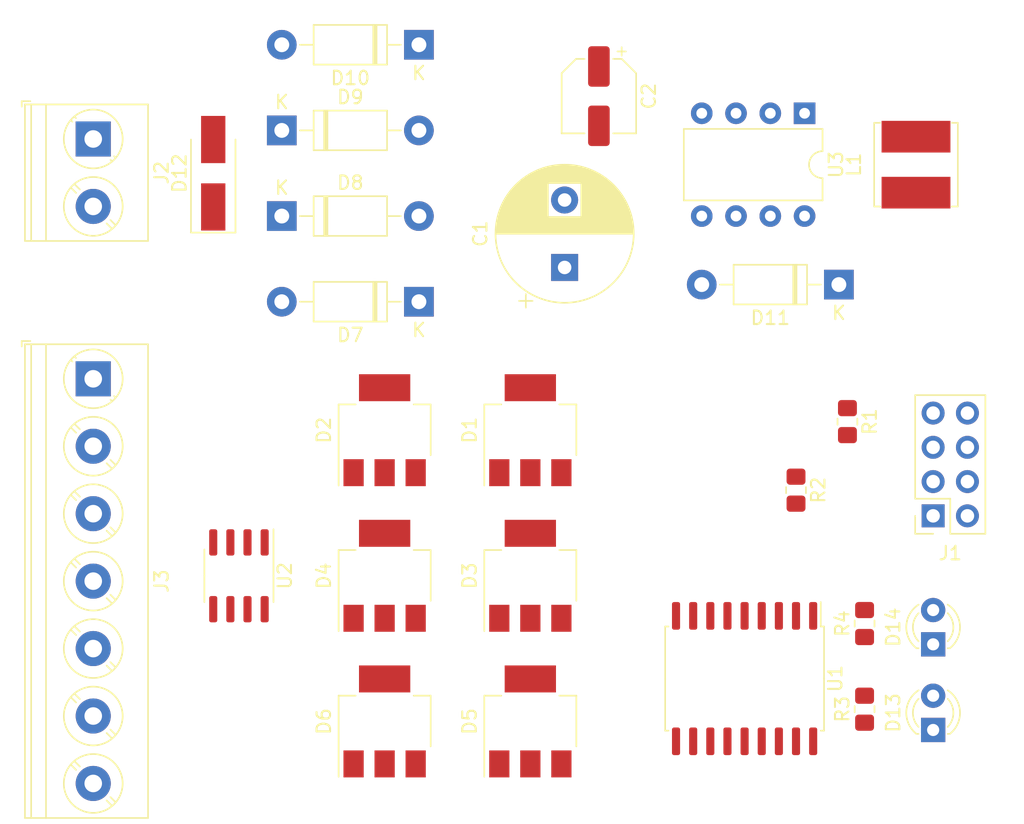
<source format=kicad_pcb>
(kicad_pcb (version 20171130) (host pcbnew "(5.1.12)-1")

  (general
    (thickness 1.6)
    (drawings 0)
    (tracks 0)
    (zones 0)
    (modules 27)
    (nets 34)
  )

  (page A4)
  (layers
    (0 F.Cu signal)
    (31 B.Cu signal)
    (32 B.Adhes user)
    (33 F.Adhes user)
    (34 B.Paste user)
    (35 F.Paste user)
    (36 B.SilkS user)
    (37 F.SilkS user)
    (38 B.Mask user)
    (39 F.Mask user)
    (40 Dwgs.User user)
    (41 Cmts.User user)
    (42 Eco1.User user)
    (43 Eco2.User user)
    (44 Edge.Cuts user)
    (45 Margin user)
    (46 B.CrtYd user)
    (47 F.CrtYd user)
    (48 B.Fab user)
    (49 F.Fab user)
  )

  (setup
    (last_trace_width 0.25)
    (trace_clearance 0.2)
    (zone_clearance 0.508)
    (zone_45_only no)
    (trace_min 0.2)
    (via_size 0.8)
    (via_drill 0.4)
    (via_min_size 0.4)
    (via_min_drill 0.3)
    (uvia_size 0.3)
    (uvia_drill 0.1)
    (uvias_allowed no)
    (uvia_min_size 0.2)
    (uvia_min_drill 0.1)
    (edge_width 0.05)
    (segment_width 0.2)
    (pcb_text_width 0.3)
    (pcb_text_size 1.5 1.5)
    (mod_edge_width 0.12)
    (mod_text_size 1 1)
    (mod_text_width 0.15)
    (pad_size 1.524 1.524)
    (pad_drill 0.762)
    (pad_to_mask_clearance 0)
    (aux_axis_origin 0 0)
    (visible_elements 7FFFFFFF)
    (pcbplotparams
      (layerselection 0x010fc_ffffffff)
      (usegerberextensions false)
      (usegerberattributes true)
      (usegerberadvancedattributes true)
      (creategerberjobfile true)
      (excludeedgelayer true)
      (linewidth 0.100000)
      (plotframeref false)
      (viasonmask false)
      (mode 1)
      (useauxorigin false)
      (hpglpennumber 1)
      (hpglpenspeed 20)
      (hpglpendiameter 15.000000)
      (psnegative false)
      (psa4output false)
      (plotreference true)
      (plotvalue true)
      (plotinvisibletext false)
      (padsonsilk false)
      (subtractmaskfromsilk false)
      (outputformat 1)
      (mirror false)
      (drillshape 1)
      (scaleselection 1)
      (outputdirectory ""))
  )

  (net 0 "")
  (net 1 GND)
  (net 2 "Net-(C1-Pad1)")
  (net 3 +3V3)
  (net 4 "Net-(D1-Pad3)")
  (net 5 "Net-(D1-Pad2)")
  (net 6 "Net-(D2-Pad3)")
  (net 7 "Net-(D2-Pad2)")
  (net 8 "Net-(D3-Pad3)")
  (net 9 "Net-(D3-Pad2)")
  (net 10 "Net-(D4-Pad3)")
  (net 11 "Net-(D4-Pad2)")
  (net 12 "Net-(D5-Pad3)")
  (net 13 "Net-(D5-Pad2)")
  (net 14 "Net-(D6-Pad3)")
  (net 15 "Net-(D6-Pad2)")
  (net 16 "Net-(J1-Pad7)")
  (net 17 "Net-(J1-Pad6)")
  (net 18 /sda)
  (net 19 "Net-(J1-Pad4)")
  (net 20 /scl)
  (net 21 "Net-(J1-Pad2)")
  (net 22 "Net-(U1-Pad8)")
  (net 23 "Net-(U1-Pad7)")
  (net 24 "Net-(D11-Pad1)")
  (net 25 /AC-N)
  (net 26 /AC-L)
  (net 27 "Net-(U3-Pad3)")
  (net 28 "Net-(U3-Pad2)")
  (net 29 "Net-(U3-Pad1)")
  (net 30 "Net-(D13-Pad2)")
  (net 31 "Net-(D14-Pad2)")
  (net 32 "Net-(R3-Pad1)")
  (net 33 "Net-(R4-Pad1)")

  (net_class Default "This is the default net class."
    (clearance 0.2)
    (trace_width 0.25)
    (via_dia 0.8)
    (via_drill 0.4)
    (uvia_dia 0.3)
    (uvia_drill 0.1)
    (add_net +3V3)
    (add_net /AC-L)
    (add_net /AC-N)
    (add_net /scl)
    (add_net /sda)
    (add_net GND)
    (add_net "Net-(C1-Pad1)")
    (add_net "Net-(D1-Pad2)")
    (add_net "Net-(D1-Pad3)")
    (add_net "Net-(D11-Pad1)")
    (add_net "Net-(D13-Pad2)")
    (add_net "Net-(D14-Pad2)")
    (add_net "Net-(D2-Pad2)")
    (add_net "Net-(D2-Pad3)")
    (add_net "Net-(D3-Pad2)")
    (add_net "Net-(D3-Pad3)")
    (add_net "Net-(D4-Pad2)")
    (add_net "Net-(D4-Pad3)")
    (add_net "Net-(D5-Pad2)")
    (add_net "Net-(D5-Pad3)")
    (add_net "Net-(D6-Pad2)")
    (add_net "Net-(D6-Pad3)")
    (add_net "Net-(J1-Pad2)")
    (add_net "Net-(J1-Pad4)")
    (add_net "Net-(J1-Pad6)")
    (add_net "Net-(J1-Pad7)")
    (add_net "Net-(R3-Pad1)")
    (add_net "Net-(R4-Pad1)")
    (add_net "Net-(U1-Pad7)")
    (add_net "Net-(U1-Pad8)")
    (add_net "Net-(U3-Pad1)")
    (add_net "Net-(U3-Pad2)")
    (add_net "Net-(U3-Pad3)")
  )

  (module Resistor_SMD:R_0805_2012Metric_Pad1.20x1.40mm_HandSolder (layer F.Cu) (tedit 5F68FEEE) (tstamp 62B7A838)
    (at 82.55 60.69 90)
    (descr "Resistor SMD 0805 (2012 Metric), square (rectangular) end terminal, IPC_7351 nominal with elongated pad for handsoldering. (Body size source: IPC-SM-782 page 72, https://www.pcb-3d.com/wordpress/wp-content/uploads/ipc-sm-782a_amendment_1_and_2.pdf), generated with kicad-footprint-generator")
    (tags "resistor handsolder")
    (path /62B798E0)
    (attr smd)
    (fp_text reference R4 (at 0 -1.65 90) (layer F.SilkS)
      (effects (font (size 1 1) (thickness 0.15)))
    )
    (fp_text value 47 (at 0 1.65 90) (layer F.Fab)
      (effects (font (size 1 1) (thickness 0.15)))
    )
    (fp_text user %R (at 0 0 90) (layer F.Fab)
      (effects (font (size 0.5 0.5) (thickness 0.08)))
    )
    (fp_line (start -1 0.625) (end -1 -0.625) (layer F.Fab) (width 0.1))
    (fp_line (start -1 -0.625) (end 1 -0.625) (layer F.Fab) (width 0.1))
    (fp_line (start 1 -0.625) (end 1 0.625) (layer F.Fab) (width 0.1))
    (fp_line (start 1 0.625) (end -1 0.625) (layer F.Fab) (width 0.1))
    (fp_line (start -0.227064 -0.735) (end 0.227064 -0.735) (layer F.SilkS) (width 0.12))
    (fp_line (start -0.227064 0.735) (end 0.227064 0.735) (layer F.SilkS) (width 0.12))
    (fp_line (start -1.85 0.95) (end -1.85 -0.95) (layer F.CrtYd) (width 0.05))
    (fp_line (start -1.85 -0.95) (end 1.85 -0.95) (layer F.CrtYd) (width 0.05))
    (fp_line (start 1.85 -0.95) (end 1.85 0.95) (layer F.CrtYd) (width 0.05))
    (fp_line (start 1.85 0.95) (end -1.85 0.95) (layer F.CrtYd) (width 0.05))
    (pad 2 smd roundrect (at 1 0 90) (size 1.2 1.4) (layers F.Cu F.Paste F.Mask) (roundrect_rratio 0.208333)
      (net 31 "Net-(D14-Pad2)"))
    (pad 1 smd roundrect (at -1 0 90) (size 1.2 1.4) (layers F.Cu F.Paste F.Mask) (roundrect_rratio 0.208333)
      (net 33 "Net-(R4-Pad1)"))
    (model ${KISYS3DMOD}/Resistor_SMD.3dshapes/R_0805_2012Metric.wrl
      (at (xyz 0 0 0))
      (scale (xyz 1 1 1))
      (rotate (xyz 0 0 0))
    )
  )

  (module Resistor_SMD:R_0805_2012Metric_Pad1.20x1.40mm_HandSolder (layer F.Cu) (tedit 5F68FEEE) (tstamp 62B7A827)
    (at 82.55 67.04 90)
    (descr "Resistor SMD 0805 (2012 Metric), square (rectangular) end terminal, IPC_7351 nominal with elongated pad for handsoldering. (Body size source: IPC-SM-782 page 72, https://www.pcb-3d.com/wordpress/wp-content/uploads/ipc-sm-782a_amendment_1_and_2.pdf), generated with kicad-footprint-generator")
    (tags "resistor handsolder")
    (path /62B78E00)
    (attr smd)
    (fp_text reference R3 (at 0 -1.65 90) (layer F.SilkS)
      (effects (font (size 1 1) (thickness 0.15)))
    )
    (fp_text value 100 (at 0 1.65 90) (layer F.Fab)
      (effects (font (size 1 1) (thickness 0.15)))
    )
    (fp_text user %R (at 0 0 90) (layer F.Fab)
      (effects (font (size 0.5 0.5) (thickness 0.08)))
    )
    (fp_line (start -1 0.625) (end -1 -0.625) (layer F.Fab) (width 0.1))
    (fp_line (start -1 -0.625) (end 1 -0.625) (layer F.Fab) (width 0.1))
    (fp_line (start 1 -0.625) (end 1 0.625) (layer F.Fab) (width 0.1))
    (fp_line (start 1 0.625) (end -1 0.625) (layer F.Fab) (width 0.1))
    (fp_line (start -0.227064 -0.735) (end 0.227064 -0.735) (layer F.SilkS) (width 0.12))
    (fp_line (start -0.227064 0.735) (end 0.227064 0.735) (layer F.SilkS) (width 0.12))
    (fp_line (start -1.85 0.95) (end -1.85 -0.95) (layer F.CrtYd) (width 0.05))
    (fp_line (start -1.85 -0.95) (end 1.85 -0.95) (layer F.CrtYd) (width 0.05))
    (fp_line (start 1.85 -0.95) (end 1.85 0.95) (layer F.CrtYd) (width 0.05))
    (fp_line (start 1.85 0.95) (end -1.85 0.95) (layer F.CrtYd) (width 0.05))
    (pad 2 smd roundrect (at 1 0 90) (size 1.2 1.4) (layers F.Cu F.Paste F.Mask) (roundrect_rratio 0.208333)
      (net 30 "Net-(D13-Pad2)"))
    (pad 1 smd roundrect (at -1 0 90) (size 1.2 1.4) (layers F.Cu F.Paste F.Mask) (roundrect_rratio 0.208333)
      (net 32 "Net-(R3-Pad1)"))
    (model ${KISYS3DMOD}/Resistor_SMD.3dshapes/R_0805_2012Metric.wrl
      (at (xyz 0 0 0))
      (scale (xyz 1 1 1))
      (rotate (xyz 0 0 0))
    )
  )

  (module LED_THT:LED_D3.0mm (layer F.Cu) (tedit 587A3A7B) (tstamp 62B7A66E)
    (at 87.63 62.23 90)
    (descr "LED, diameter 3.0mm, 2 pins")
    (tags "LED diameter 3.0mm 2 pins")
    (path /62BB4D6E)
    (fp_text reference D14 (at 1.27 -2.96 90) (layer F.SilkS)
      (effects (font (size 1 1) (thickness 0.15)))
    )
    (fp_text value "LED Green" (at 1.27 2.96 90) (layer F.Fab)
      (effects (font (size 1 1) (thickness 0.15)))
    )
    (fp_arc (start 1.27 0) (end 0.229039 1.08) (angle -87.9) (layer F.SilkS) (width 0.12))
    (fp_arc (start 1.27 0) (end 0.229039 -1.08) (angle 87.9) (layer F.SilkS) (width 0.12))
    (fp_arc (start 1.27 0) (end -0.29 1.235516) (angle -108.8) (layer F.SilkS) (width 0.12))
    (fp_arc (start 1.27 0) (end -0.29 -1.235516) (angle 108.8) (layer F.SilkS) (width 0.12))
    (fp_arc (start 1.27 0) (end -0.23 -1.16619) (angle 284.3) (layer F.Fab) (width 0.1))
    (fp_circle (center 1.27 0) (end 2.77 0) (layer F.Fab) (width 0.1))
    (fp_line (start -0.23 -1.16619) (end -0.23 1.16619) (layer F.Fab) (width 0.1))
    (fp_line (start -0.29 -1.236) (end -0.29 -1.08) (layer F.SilkS) (width 0.12))
    (fp_line (start -0.29 1.08) (end -0.29 1.236) (layer F.SilkS) (width 0.12))
    (fp_line (start -1.15 -2.25) (end -1.15 2.25) (layer F.CrtYd) (width 0.05))
    (fp_line (start -1.15 2.25) (end 3.7 2.25) (layer F.CrtYd) (width 0.05))
    (fp_line (start 3.7 2.25) (end 3.7 -2.25) (layer F.CrtYd) (width 0.05))
    (fp_line (start 3.7 -2.25) (end -1.15 -2.25) (layer F.CrtYd) (width 0.05))
    (pad 2 thru_hole circle (at 2.54 0 90) (size 1.8 1.8) (drill 0.9) (layers *.Cu *.Mask)
      (net 31 "Net-(D14-Pad2)"))
    (pad 1 thru_hole rect (at 0 0 90) (size 1.8 1.8) (drill 0.9) (layers *.Cu *.Mask)
      (net 1 GND))
    (model ${KISYS3DMOD}/LED_THT.3dshapes/LED_D3.0mm.wrl
      (at (xyz 0 0 0))
      (scale (xyz 1 1 1))
      (rotate (xyz 0 0 0))
    )
  )

  (module LED_THT:LED_D3.0mm (layer F.Cu) (tedit 587A3A7B) (tstamp 62B7A65B)
    (at 87.63 68.58 90)
    (descr "LED, diameter 3.0mm, 2 pins")
    (tags "LED diameter 3.0mm 2 pins")
    (path /62B873C5)
    (fp_text reference D13 (at 1.27 -2.96 90) (layer F.SilkS)
      (effects (font (size 1 1) (thickness 0.15)))
    )
    (fp_text value "LED Red" (at 1.27 2.96 90) (layer F.Fab)
      (effects (font (size 1 1) (thickness 0.15)))
    )
    (fp_arc (start 1.27 0) (end 0.229039 1.08) (angle -87.9) (layer F.SilkS) (width 0.12))
    (fp_arc (start 1.27 0) (end 0.229039 -1.08) (angle 87.9) (layer F.SilkS) (width 0.12))
    (fp_arc (start 1.27 0) (end -0.29 1.235516) (angle -108.8) (layer F.SilkS) (width 0.12))
    (fp_arc (start 1.27 0) (end -0.29 -1.235516) (angle 108.8) (layer F.SilkS) (width 0.12))
    (fp_arc (start 1.27 0) (end -0.23 -1.16619) (angle 284.3) (layer F.Fab) (width 0.1))
    (fp_circle (center 1.27 0) (end 2.77 0) (layer F.Fab) (width 0.1))
    (fp_line (start -0.23 -1.16619) (end -0.23 1.16619) (layer F.Fab) (width 0.1))
    (fp_line (start -0.29 -1.236) (end -0.29 -1.08) (layer F.SilkS) (width 0.12))
    (fp_line (start -0.29 1.08) (end -0.29 1.236) (layer F.SilkS) (width 0.12))
    (fp_line (start -1.15 -2.25) (end -1.15 2.25) (layer F.CrtYd) (width 0.05))
    (fp_line (start -1.15 2.25) (end 3.7 2.25) (layer F.CrtYd) (width 0.05))
    (fp_line (start 3.7 2.25) (end 3.7 -2.25) (layer F.CrtYd) (width 0.05))
    (fp_line (start 3.7 -2.25) (end -1.15 -2.25) (layer F.CrtYd) (width 0.05))
    (pad 2 thru_hole circle (at 2.54 0 90) (size 1.8 1.8) (drill 0.9) (layers *.Cu *.Mask)
      (net 30 "Net-(D13-Pad2)"))
    (pad 1 thru_hole rect (at 0 0 90) (size 1.8 1.8) (drill 0.9) (layers *.Cu *.Mask)
      (net 1 GND))
    (model ${KISYS3DMOD}/LED_THT.3dshapes/LED_D3.0mm.wrl
      (at (xyz 0 0 0))
      (scale (xyz 1 1 1))
      (rotate (xyz 0 0 0))
    )
  )

  (module Diode_THT:D_DO-41_SOD81_P10.16mm_Horizontal (layer F.Cu) (tedit 5AE50CD5) (tstamp 62B68C81)
    (at 80.645 35.56 180)
    (descr "Diode, DO-41_SOD81 series, Axial, Horizontal, pin pitch=10.16mm, , length*diameter=5.2*2.7mm^2, , http://www.diodes.com/_files/packages/DO-41%20(Plastic).pdf")
    (tags "Diode DO-41_SOD81 series Axial Horizontal pin pitch 10.16mm  length 5.2mm diameter 2.7mm")
    (path /629019F2)
    (fp_text reference D11 (at 5.08 -2.47) (layer F.SilkS)
      (effects (font (size 1 1) (thickness 0.15)))
    )
    (fp_text value 1N5819 (at 5.08 2.47) (layer F.Fab)
      (effects (font (size 1 1) (thickness 0.15)))
    )
    (fp_line (start 11.51 -1.6) (end -1.35 -1.6) (layer F.CrtYd) (width 0.05))
    (fp_line (start 11.51 1.6) (end 11.51 -1.6) (layer F.CrtYd) (width 0.05))
    (fp_line (start -1.35 1.6) (end 11.51 1.6) (layer F.CrtYd) (width 0.05))
    (fp_line (start -1.35 -1.6) (end -1.35 1.6) (layer F.CrtYd) (width 0.05))
    (fp_line (start 3.14 -1.47) (end 3.14 1.47) (layer F.SilkS) (width 0.12))
    (fp_line (start 3.38 -1.47) (end 3.38 1.47) (layer F.SilkS) (width 0.12))
    (fp_line (start 3.26 -1.47) (end 3.26 1.47) (layer F.SilkS) (width 0.12))
    (fp_line (start 8.82 0) (end 7.8 0) (layer F.SilkS) (width 0.12))
    (fp_line (start 1.34 0) (end 2.36 0) (layer F.SilkS) (width 0.12))
    (fp_line (start 7.8 -1.47) (end 2.36 -1.47) (layer F.SilkS) (width 0.12))
    (fp_line (start 7.8 1.47) (end 7.8 -1.47) (layer F.SilkS) (width 0.12))
    (fp_line (start 2.36 1.47) (end 7.8 1.47) (layer F.SilkS) (width 0.12))
    (fp_line (start 2.36 -1.47) (end 2.36 1.47) (layer F.SilkS) (width 0.12))
    (fp_line (start 3.16 -1.35) (end 3.16 1.35) (layer F.Fab) (width 0.1))
    (fp_line (start 3.36 -1.35) (end 3.36 1.35) (layer F.Fab) (width 0.1))
    (fp_line (start 3.26 -1.35) (end 3.26 1.35) (layer F.Fab) (width 0.1))
    (fp_line (start 10.16 0) (end 7.68 0) (layer F.Fab) (width 0.1))
    (fp_line (start 0 0) (end 2.48 0) (layer F.Fab) (width 0.1))
    (fp_line (start 7.68 -1.35) (end 2.48 -1.35) (layer F.Fab) (width 0.1))
    (fp_line (start 7.68 1.35) (end 7.68 -1.35) (layer F.Fab) (width 0.1))
    (fp_line (start 2.48 1.35) (end 7.68 1.35) (layer F.Fab) (width 0.1))
    (fp_line (start 2.48 -1.35) (end 2.48 1.35) (layer F.Fab) (width 0.1))
    (fp_text user K (at 0 -2.1) (layer F.SilkS)
      (effects (font (size 1 1) (thickness 0.15)))
    )
    (fp_text user K (at 0 -2.1) (layer F.Fab)
      (effects (font (size 1 1) (thickness 0.15)))
    )
    (fp_text user %R (at 5.47 0) (layer F.Fab)
      (effects (font (size 1 1) (thickness 0.15)))
    )
    (pad 2 thru_hole oval (at 10.16 0 180) (size 2.2 2.2) (drill 1.1) (layers *.Cu *.Mask)
      (net 1 GND))
    (pad 1 thru_hole rect (at 0 0 180) (size 2.2 2.2) (drill 1.1) (layers *.Cu *.Mask)
      (net 24 "Net-(D11-Pad1)"))
    (model ${KISYS3DMOD}/Diode_THT.3dshapes/D_DO-41_SOD81_P10.16mm_Horizontal.wrl
      (at (xyz 0 0 0))
      (scale (xyz 1 1 1))
      (rotate (xyz 0 0 0))
    )
  )

  (module Diode_SMD:D_SMA_Handsoldering (layer F.Cu) (tedit 58643398) (tstamp 62B6BA7D)
    (at 34.29 27.305 90)
    (descr "Diode SMA (DO-214AC) Handsoldering")
    (tags "Diode SMA (DO-214AC) Handsoldering")
    (path /62CDADFD)
    (attr smd)
    (fp_text reference D12 (at 0 -2.5 90) (layer F.SilkS)
      (effects (font (size 1 1) (thickness 0.15)))
    )
    (fp_text value SMAJ48CA (at 0 2.6 90) (layer F.Fab)
      (effects (font (size 1 1) (thickness 0.15)))
    )
    (fp_line (start -4.4 -1.65) (end 2.5 -1.65) (layer F.SilkS) (width 0.12))
    (fp_line (start -4.4 1.65) (end 2.5 1.65) (layer F.SilkS) (width 0.12))
    (fp_line (start -0.64944 0.00102) (end 0.50118 -0.79908) (layer F.Fab) (width 0.1))
    (fp_line (start -0.64944 0.00102) (end 0.50118 0.75032) (layer F.Fab) (width 0.1))
    (fp_line (start 0.50118 0.75032) (end 0.50118 -0.79908) (layer F.Fab) (width 0.1))
    (fp_line (start -0.64944 -0.79908) (end -0.64944 0.80112) (layer F.Fab) (width 0.1))
    (fp_line (start 0.50118 0.00102) (end 1.4994 0.00102) (layer F.Fab) (width 0.1))
    (fp_line (start -0.64944 0.00102) (end -1.55114 0.00102) (layer F.Fab) (width 0.1))
    (fp_line (start -4.5 1.75) (end -4.5 -1.75) (layer F.CrtYd) (width 0.05))
    (fp_line (start 4.5 1.75) (end -4.5 1.75) (layer F.CrtYd) (width 0.05))
    (fp_line (start 4.5 -1.75) (end 4.5 1.75) (layer F.CrtYd) (width 0.05))
    (fp_line (start -4.5 -1.75) (end 4.5 -1.75) (layer F.CrtYd) (width 0.05))
    (fp_line (start 2.3 -1.5) (end -2.3 -1.5) (layer F.Fab) (width 0.1))
    (fp_line (start 2.3 -1.5) (end 2.3 1.5) (layer F.Fab) (width 0.1))
    (fp_line (start -2.3 1.5) (end -2.3 -1.5) (layer F.Fab) (width 0.1))
    (fp_line (start 2.3 1.5) (end -2.3 1.5) (layer F.Fab) (width 0.1))
    (fp_line (start -4.4 -1.65) (end -4.4 1.65) (layer F.SilkS) (width 0.12))
    (fp_text user %R (at 0 -2.5 90) (layer F.Fab)
      (effects (font (size 1 1) (thickness 0.15)))
    )
    (pad 2 smd rect (at 2.5 0 90) (size 3.5 1.8) (layers F.Cu F.Paste F.Mask)
      (net 26 /AC-L))
    (pad 1 smd rect (at -2.5 0 90) (size 3.5 1.8) (layers F.Cu F.Paste F.Mask)
      (net 25 /AC-N))
    (model ${KISYS3DMOD}/Diode_SMD.3dshapes/D_SMA.wrl
      (at (xyz 0 0 0))
      (scale (xyz 1 1 1))
      (rotate (xyz 0 0 0))
    )
  )

  (module Package_DIP:DIP-8_W7.62mm (layer F.Cu) (tedit 5A02E8C5) (tstamp 62B68DBA)
    (at 78.105 22.86 270)
    (descr "8-lead though-hole mounted DIP package, row spacing 7.62 mm (300 mils)")
    (tags "THT DIP DIL PDIP 2.54mm 7.62mm 300mil")
    (path /628FC200)
    (fp_text reference U3 (at 3.81 -2.33 90) (layer F.SilkS)
      (effects (font (size 1 1) (thickness 0.15)))
    )
    (fp_text value LM2594HVM-3.3 (at 3.81 9.95 90) (layer F.Fab)
      (effects (font (size 1 1) (thickness 0.15)))
    )
    (fp_line (start 8.7 -1.55) (end -1.1 -1.55) (layer F.CrtYd) (width 0.05))
    (fp_line (start 8.7 9.15) (end 8.7 -1.55) (layer F.CrtYd) (width 0.05))
    (fp_line (start -1.1 9.15) (end 8.7 9.15) (layer F.CrtYd) (width 0.05))
    (fp_line (start -1.1 -1.55) (end -1.1 9.15) (layer F.CrtYd) (width 0.05))
    (fp_line (start 6.46 -1.33) (end 4.81 -1.33) (layer F.SilkS) (width 0.12))
    (fp_line (start 6.46 8.95) (end 6.46 -1.33) (layer F.SilkS) (width 0.12))
    (fp_line (start 1.16 8.95) (end 6.46 8.95) (layer F.SilkS) (width 0.12))
    (fp_line (start 1.16 -1.33) (end 1.16 8.95) (layer F.SilkS) (width 0.12))
    (fp_line (start 2.81 -1.33) (end 1.16 -1.33) (layer F.SilkS) (width 0.12))
    (fp_line (start 0.635 -0.27) (end 1.635 -1.27) (layer F.Fab) (width 0.1))
    (fp_line (start 0.635 8.89) (end 0.635 -0.27) (layer F.Fab) (width 0.1))
    (fp_line (start 6.985 8.89) (end 0.635 8.89) (layer F.Fab) (width 0.1))
    (fp_line (start 6.985 -1.27) (end 6.985 8.89) (layer F.Fab) (width 0.1))
    (fp_line (start 1.635 -1.27) (end 6.985 -1.27) (layer F.Fab) (width 0.1))
    (fp_text user %R (at 3.81 3.81 90) (layer F.Fab)
      (effects (font (size 1 1) (thickness 0.15)))
    )
    (fp_arc (start 3.81 -1.33) (end 2.81 -1.33) (angle -180) (layer F.SilkS) (width 0.12))
    (pad 8 thru_hole oval (at 7.62 0 270) (size 1.6 1.6) (drill 0.8) (layers *.Cu *.Mask)
      (net 24 "Net-(D11-Pad1)"))
    (pad 4 thru_hole oval (at 0 7.62 270) (size 1.6 1.6) (drill 0.8) (layers *.Cu *.Mask)
      (net 3 +3V3))
    (pad 7 thru_hole oval (at 7.62 2.54 270) (size 1.6 1.6) (drill 0.8) (layers *.Cu *.Mask)
      (net 2 "Net-(C1-Pad1)"))
    (pad 3 thru_hole oval (at 0 5.08 270) (size 1.6 1.6) (drill 0.8) (layers *.Cu *.Mask)
      (net 27 "Net-(U3-Pad3)"))
    (pad 6 thru_hole oval (at 7.62 5.08 270) (size 1.6 1.6) (drill 0.8) (layers *.Cu *.Mask)
      (net 1 GND))
    (pad 2 thru_hole oval (at 0 2.54 270) (size 1.6 1.6) (drill 0.8) (layers *.Cu *.Mask)
      (net 28 "Net-(U3-Pad2)"))
    (pad 5 thru_hole oval (at 7.62 7.62 270) (size 1.6 1.6) (drill 0.8) (layers *.Cu *.Mask)
      (net 1 GND))
    (pad 1 thru_hole rect (at 0 0 270) (size 1.6 1.6) (drill 0.8) (layers *.Cu *.Mask)
      (net 29 "Net-(U3-Pad1)"))
    (model ${KISYS3DMOD}/Package_DIP.3dshapes/DIP-8_W7.62mm.wrl
      (at (xyz 0 0 0))
      (scale (xyz 1 1 1))
      (rotate (xyz 0 0 0))
    )
  )

  (module Package_SO:SOIC-8_3.9x4.9mm_P1.27mm (layer F.Cu) (tedit 5D9F72B1) (tstamp 62B68D9E)
    (at 36.195 57.15 270)
    (descr "SOIC, 8 Pin (JEDEC MS-012AA, https://www.analog.com/media/en/package-pcb-resources/package/pkg_pdf/soic_narrow-r/r_8.pdf), generated with kicad-footprint-generator ipc_gullwing_generator.py")
    (tags "SOIC SO")
    (path /62B71663)
    (attr smd)
    (fp_text reference U2 (at 0 -3.4 90) (layer F.SilkS)
      (effects (font (size 1 1) (thickness 0.15)))
    )
    (fp_text value SMDA36-7 (at 0 3.4 90) (layer F.Fab)
      (effects (font (size 1 1) (thickness 0.15)))
    )
    (fp_line (start 3.7 -2.7) (end -3.7 -2.7) (layer F.CrtYd) (width 0.05))
    (fp_line (start 3.7 2.7) (end 3.7 -2.7) (layer F.CrtYd) (width 0.05))
    (fp_line (start -3.7 2.7) (end 3.7 2.7) (layer F.CrtYd) (width 0.05))
    (fp_line (start -3.7 -2.7) (end -3.7 2.7) (layer F.CrtYd) (width 0.05))
    (fp_line (start -1.95 -1.475) (end -0.975 -2.45) (layer F.Fab) (width 0.1))
    (fp_line (start -1.95 2.45) (end -1.95 -1.475) (layer F.Fab) (width 0.1))
    (fp_line (start 1.95 2.45) (end -1.95 2.45) (layer F.Fab) (width 0.1))
    (fp_line (start 1.95 -2.45) (end 1.95 2.45) (layer F.Fab) (width 0.1))
    (fp_line (start -0.975 -2.45) (end 1.95 -2.45) (layer F.Fab) (width 0.1))
    (fp_line (start 0 -2.56) (end -3.45 -2.56) (layer F.SilkS) (width 0.12))
    (fp_line (start 0 -2.56) (end 1.95 -2.56) (layer F.SilkS) (width 0.12))
    (fp_line (start 0 2.56) (end -1.95 2.56) (layer F.SilkS) (width 0.12))
    (fp_line (start 0 2.56) (end 1.95 2.56) (layer F.SilkS) (width 0.12))
    (fp_text user %R (at 0 0 90) (layer F.Fab)
      (effects (font (size 0.98 0.98) (thickness 0.15)))
    )
    (pad 8 smd roundrect (at 2.475 -1.905 270) (size 1.95 0.6) (layers F.Cu F.Paste F.Mask) (roundrect_rratio 0.25)
      (net 1 GND))
    (pad 7 smd roundrect (at 2.475 -0.635 270) (size 1.95 0.6) (layers F.Cu F.Paste F.Mask) (roundrect_rratio 0.25)
      (net 15 "Net-(D6-Pad2)"))
    (pad 6 smd roundrect (at 2.475 0.635 270) (size 1.95 0.6) (layers F.Cu F.Paste F.Mask) (roundrect_rratio 0.25)
      (net 11 "Net-(D4-Pad2)"))
    (pad 5 smd roundrect (at 2.475 1.905 270) (size 1.95 0.6) (layers F.Cu F.Paste F.Mask) (roundrect_rratio 0.25)
      (net 7 "Net-(D2-Pad2)"))
    (pad 4 smd roundrect (at -2.475 1.905 270) (size 1.95 0.6) (layers F.Cu F.Paste F.Mask) (roundrect_rratio 0.25)
      (net 13 "Net-(D5-Pad2)"))
    (pad 3 smd roundrect (at -2.475 0.635 270) (size 1.95 0.6) (layers F.Cu F.Paste F.Mask) (roundrect_rratio 0.25)
      (net 9 "Net-(D3-Pad2)"))
    (pad 2 smd roundrect (at -2.475 -0.635 270) (size 1.95 0.6) (layers F.Cu F.Paste F.Mask) (roundrect_rratio 0.25)
      (net 5 "Net-(D1-Pad2)"))
    (pad 1 smd roundrect (at -2.475 -1.905 270) (size 1.95 0.6) (layers F.Cu F.Paste F.Mask) (roundrect_rratio 0.25)
      (net 26 /AC-L))
    (model ${KISYS3DMOD}/Package_SO.3dshapes/SOIC-8_3.9x4.9mm_P1.27mm.wrl
      (at (xyz 0 0 0))
      (scale (xyz 1 1 1))
      (rotate (xyz 0 0 0))
    )
  )

  (module Package_SO:SOIC-18W_7.5x11.6mm_P1.27mm (layer F.Cu) (tedit 5D9F72B1) (tstamp 62B68D84)
    (at 73.66 64.77 270)
    (descr "SOIC, 18 Pin (JEDEC MS-013AB, https://www.analog.com/media/en/package-pcb-resources/package/33254132129439rw_18.pdf), generated with kicad-footprint-generator ipc_gullwing_generator.py")
    (tags "SOIC SO")
    (path /62B2391E)
    (attr smd)
    (fp_text reference U1 (at 0 -6.72 90) (layer F.SilkS)
      (effects (font (size 1 1) (thickness 0.15)))
    )
    (fp_text value MCP23008-xSO (at 0 6.72 90) (layer F.Fab)
      (effects (font (size 1 1) (thickness 0.15)))
    )
    (fp_line (start 5.93 -6.02) (end -5.93 -6.02) (layer F.CrtYd) (width 0.05))
    (fp_line (start 5.93 6.02) (end 5.93 -6.02) (layer F.CrtYd) (width 0.05))
    (fp_line (start -5.93 6.02) (end 5.93 6.02) (layer F.CrtYd) (width 0.05))
    (fp_line (start -5.93 -6.02) (end -5.93 6.02) (layer F.CrtYd) (width 0.05))
    (fp_line (start -3.75 -4.775) (end -2.75 -5.775) (layer F.Fab) (width 0.1))
    (fp_line (start -3.75 5.775) (end -3.75 -4.775) (layer F.Fab) (width 0.1))
    (fp_line (start 3.75 5.775) (end -3.75 5.775) (layer F.Fab) (width 0.1))
    (fp_line (start 3.75 -5.775) (end 3.75 5.775) (layer F.Fab) (width 0.1))
    (fp_line (start -2.75 -5.775) (end 3.75 -5.775) (layer F.Fab) (width 0.1))
    (fp_line (start -3.86 -5.64) (end -5.675 -5.64) (layer F.SilkS) (width 0.12))
    (fp_line (start -3.86 -5.885) (end -3.86 -5.64) (layer F.SilkS) (width 0.12))
    (fp_line (start 0 -5.885) (end -3.86 -5.885) (layer F.SilkS) (width 0.12))
    (fp_line (start 3.86 -5.885) (end 3.86 -5.64) (layer F.SilkS) (width 0.12))
    (fp_line (start 0 -5.885) (end 3.86 -5.885) (layer F.SilkS) (width 0.12))
    (fp_line (start -3.86 5.885) (end -3.86 5.64) (layer F.SilkS) (width 0.12))
    (fp_line (start 0 5.885) (end -3.86 5.885) (layer F.SilkS) (width 0.12))
    (fp_line (start 3.86 5.885) (end 3.86 5.64) (layer F.SilkS) (width 0.12))
    (fp_line (start 0 5.885) (end 3.86 5.885) (layer F.SilkS) (width 0.12))
    (fp_text user %R (at 0 0 90) (layer F.Fab)
      (effects (font (size 1 1) (thickness 0.15)))
    )
    (pad 18 smd roundrect (at 4.65 -5.08 270) (size 2.05 0.6) (layers F.Cu F.Paste F.Mask) (roundrect_rratio 0.25)
      (net 3 +3V3))
    (pad 17 smd roundrect (at 4.65 -3.81 270) (size 2.05 0.6) (layers F.Cu F.Paste F.Mask) (roundrect_rratio 0.25)
      (net 32 "Net-(R3-Pad1)"))
    (pad 16 smd roundrect (at 4.65 -2.54 270) (size 2.05 0.6) (layers F.Cu F.Paste F.Mask) (roundrect_rratio 0.25)
      (net 33 "Net-(R4-Pad1)"))
    (pad 15 smd roundrect (at 4.65 -1.27 270) (size 2.05 0.6) (layers F.Cu F.Paste F.Mask) (roundrect_rratio 0.25)
      (net 14 "Net-(D6-Pad3)"))
    (pad 14 smd roundrect (at 4.65 0 270) (size 2.05 0.6) (layers F.Cu F.Paste F.Mask) (roundrect_rratio 0.25)
      (net 10 "Net-(D4-Pad3)"))
    (pad 13 smd roundrect (at 4.65 1.27 270) (size 2.05 0.6) (layers F.Cu F.Paste F.Mask) (roundrect_rratio 0.25)
      (net 6 "Net-(D2-Pad3)"))
    (pad 12 smd roundrect (at 4.65 2.54 270) (size 2.05 0.6) (layers F.Cu F.Paste F.Mask) (roundrect_rratio 0.25)
      (net 12 "Net-(D5-Pad3)"))
    (pad 11 smd roundrect (at 4.65 3.81 270) (size 2.05 0.6) (layers F.Cu F.Paste F.Mask) (roundrect_rratio 0.25)
      (net 8 "Net-(D3-Pad3)"))
    (pad 10 smd roundrect (at 4.65 5.08 270) (size 2.05 0.6) (layers F.Cu F.Paste F.Mask) (roundrect_rratio 0.25)
      (net 4 "Net-(D1-Pad3)"))
    (pad 9 smd roundrect (at -4.65 5.08 270) (size 2.05 0.6) (layers F.Cu F.Paste F.Mask) (roundrect_rratio 0.25)
      (net 1 GND))
    (pad 8 smd roundrect (at -4.65 3.81 270) (size 2.05 0.6) (layers F.Cu F.Paste F.Mask) (roundrect_rratio 0.25)
      (net 22 "Net-(U1-Pad8)"))
    (pad 7 smd roundrect (at -4.65 2.54 270) (size 2.05 0.6) (layers F.Cu F.Paste F.Mask) (roundrect_rratio 0.25)
      (net 23 "Net-(U1-Pad7)"))
    (pad 6 smd roundrect (at -4.65 1.27 270) (size 2.05 0.6) (layers F.Cu F.Paste F.Mask) (roundrect_rratio 0.25)
      (net 3 +3V3))
    (pad 5 smd roundrect (at -4.65 0 270) (size 2.05 0.6) (layers F.Cu F.Paste F.Mask) (roundrect_rratio 0.25)
      (net 1 GND))
    (pad 4 smd roundrect (at -4.65 -1.27 270) (size 2.05 0.6) (layers F.Cu F.Paste F.Mask) (roundrect_rratio 0.25)
      (net 1 GND))
    (pad 3 smd roundrect (at -4.65 -2.54 270) (size 2.05 0.6) (layers F.Cu F.Paste F.Mask) (roundrect_rratio 0.25)
      (net 1 GND))
    (pad 2 smd roundrect (at -4.65 -3.81 270) (size 2.05 0.6) (layers F.Cu F.Paste F.Mask) (roundrect_rratio 0.25)
      (net 18 /sda))
    (pad 1 smd roundrect (at -4.65 -5.08 270) (size 2.05 0.6) (layers F.Cu F.Paste F.Mask) (roundrect_rratio 0.25)
      (net 20 /scl))
    (model ${KISYS3DMOD}/Package_SO.3dshapes/SOIC-18W_7.5x11.6mm_P1.27mm.wrl
      (at (xyz 0 0 0))
      (scale (xyz 1 1 1))
      (rotate (xyz 0 0 0))
    )
  )

  (module Resistor_SMD:R_0805_2012Metric_Pad1.20x1.40mm_HandSolder (layer F.Cu) (tedit 5F68FEEE) (tstamp 62B68D5B)
    (at 77.47 50.8 270)
    (descr "Resistor SMD 0805 (2012 Metric), square (rectangular) end terminal, IPC_7351 nominal with elongated pad for handsoldering. (Body size source: IPC-SM-782 page 72, https://www.pcb-3d.com/wordpress/wp-content/uploads/ipc-sm-782a_amendment_1_and_2.pdf), generated with kicad-footprint-generator")
    (tags "resistor handsolder")
    (path /62B44C5A)
    (attr smd)
    (fp_text reference R2 (at 0 -1.65 90) (layer F.SilkS)
      (effects (font (size 1 1) (thickness 0.15)))
    )
    (fp_text value 1k (at 0 1.65 90) (layer F.Fab)
      (effects (font (size 1 1) (thickness 0.15)))
    )
    (fp_line (start 1.85 0.95) (end -1.85 0.95) (layer F.CrtYd) (width 0.05))
    (fp_line (start 1.85 -0.95) (end 1.85 0.95) (layer F.CrtYd) (width 0.05))
    (fp_line (start -1.85 -0.95) (end 1.85 -0.95) (layer F.CrtYd) (width 0.05))
    (fp_line (start -1.85 0.95) (end -1.85 -0.95) (layer F.CrtYd) (width 0.05))
    (fp_line (start -0.227064 0.735) (end 0.227064 0.735) (layer F.SilkS) (width 0.12))
    (fp_line (start -0.227064 -0.735) (end 0.227064 -0.735) (layer F.SilkS) (width 0.12))
    (fp_line (start 1 0.625) (end -1 0.625) (layer F.Fab) (width 0.1))
    (fp_line (start 1 -0.625) (end 1 0.625) (layer F.Fab) (width 0.1))
    (fp_line (start -1 -0.625) (end 1 -0.625) (layer F.Fab) (width 0.1))
    (fp_line (start -1 0.625) (end -1 -0.625) (layer F.Fab) (width 0.1))
    (fp_text user %R (at 0 0 90) (layer F.Fab)
      (effects (font (size 0.5 0.5) (thickness 0.08)))
    )
    (pad 2 smd roundrect (at 1 0 270) (size 1.2 1.4) (layers F.Cu F.Paste F.Mask) (roundrect_rratio 0.208333)
      (net 20 /scl))
    (pad 1 smd roundrect (at -1 0 270) (size 1.2 1.4) (layers F.Cu F.Paste F.Mask) (roundrect_rratio 0.208333)
      (net 3 +3V3))
    (model ${KISYS3DMOD}/Resistor_SMD.3dshapes/R_0805_2012Metric.wrl
      (at (xyz 0 0 0))
      (scale (xyz 1 1 1))
      (rotate (xyz 0 0 0))
    )
  )

  (module Resistor_SMD:R_0805_2012Metric_Pad1.20x1.40mm_HandSolder (layer F.Cu) (tedit 5F68FEEE) (tstamp 62B68D4A)
    (at 81.28 45.72 270)
    (descr "Resistor SMD 0805 (2012 Metric), square (rectangular) end terminal, IPC_7351 nominal with elongated pad for handsoldering. (Body size source: IPC-SM-782 page 72, https://www.pcb-3d.com/wordpress/wp-content/uploads/ipc-sm-782a_amendment_1_and_2.pdf), generated with kicad-footprint-generator")
    (tags "resistor handsolder")
    (path /62B45FBC)
    (attr smd)
    (fp_text reference R1 (at 0 -1.65 90) (layer F.SilkS)
      (effects (font (size 1 1) (thickness 0.15)))
    )
    (fp_text value 1k (at 0 1.65 90) (layer F.Fab)
      (effects (font (size 1 1) (thickness 0.15)))
    )
    (fp_line (start 1.85 0.95) (end -1.85 0.95) (layer F.CrtYd) (width 0.05))
    (fp_line (start 1.85 -0.95) (end 1.85 0.95) (layer F.CrtYd) (width 0.05))
    (fp_line (start -1.85 -0.95) (end 1.85 -0.95) (layer F.CrtYd) (width 0.05))
    (fp_line (start -1.85 0.95) (end -1.85 -0.95) (layer F.CrtYd) (width 0.05))
    (fp_line (start -0.227064 0.735) (end 0.227064 0.735) (layer F.SilkS) (width 0.12))
    (fp_line (start -0.227064 -0.735) (end 0.227064 -0.735) (layer F.SilkS) (width 0.12))
    (fp_line (start 1 0.625) (end -1 0.625) (layer F.Fab) (width 0.1))
    (fp_line (start 1 -0.625) (end 1 0.625) (layer F.Fab) (width 0.1))
    (fp_line (start -1 -0.625) (end 1 -0.625) (layer F.Fab) (width 0.1))
    (fp_line (start -1 0.625) (end -1 -0.625) (layer F.Fab) (width 0.1))
    (fp_text user %R (at 0 0 90) (layer F.Fab)
      (effects (font (size 0.5 0.5) (thickness 0.08)))
    )
    (pad 2 smd roundrect (at 1 0 270) (size 1.2 1.4) (layers F.Cu F.Paste F.Mask) (roundrect_rratio 0.208333)
      (net 18 /sda))
    (pad 1 smd roundrect (at -1 0 270) (size 1.2 1.4) (layers F.Cu F.Paste F.Mask) (roundrect_rratio 0.208333)
      (net 3 +3V3))
    (model ${KISYS3DMOD}/Resistor_SMD.3dshapes/R_0805_2012Metric.wrl
      (at (xyz 0 0 0))
      (scale (xyz 1 1 1))
      (rotate (xyz 0 0 0))
    )
  )

  (module Inductor_SMD:L_Bourns_SRN6045TA (layer F.Cu) (tedit 5B61DEEA) (tstamp 62B68D39)
    (at 86.36 26.67 90)
    (descr http://www.bourns.com/docs/product-datasheets/srn6045ta.pdf)
    (tags "Semi-shielded Power Inductor")
    (path /628FF810)
    (attr smd)
    (fp_text reference L1 (at 0 -4.6 90) (layer F.SilkS)
      (effects (font (size 1 1) (thickness 0.15)))
    )
    (fp_text value 100uH (at 0 4.2 90) (layer F.Fab)
      (effects (font (size 1 1) (thickness 0.15)))
    )
    (fp_line (start -3.1 -3.1) (end -3.1 -2.65) (layer F.SilkS) (width 0.12))
    (fp_line (start 3.5 -3.25) (end -3.5 -3.25) (layer F.CrtYd) (width 0.05))
    (fp_line (start -3.5 3.25) (end 3.5 3.25) (layer F.CrtYd) (width 0.05))
    (fp_line (start -3.5 -3.25) (end -3.5 3.25) (layer F.CrtYd) (width 0.05))
    (fp_line (start 3.5 3.25) (end 3.5 -3.25) (layer F.CrtYd) (width 0.05))
    (fp_line (start -3.1 3.1) (end -3.1 2.65) (layer F.SilkS) (width 0.12))
    (fp_line (start 3.1 3.1) (end 3.1 2.65) (layer F.SilkS) (width 0.12))
    (fp_line (start 3.1 3.1) (end -3.1 3.1) (layer F.SilkS) (width 0.12))
    (fp_line (start 3.1 -3.1) (end 3.1 -2.65) (layer F.SilkS) (width 0.12))
    (fp_line (start -3.1 -3.1) (end 3.1 -3.1) (layer F.SilkS) (width 0.12))
    (fp_line (start 3 3) (end 3 -3) (layer F.Fab) (width 0.1))
    (fp_line (start -3 3) (end 3 3) (layer F.Fab) (width 0.1))
    (fp_line (start -3 -3) (end -3 3) (layer F.Fab) (width 0.1))
    (fp_line (start -3 -3) (end 3 -3) (layer F.Fab) (width 0.1))
    (fp_text user %R (at 0 0) (layer F.Fab)
      (effects (font (size 1 1) (thickness 0.15)))
    )
    (pad 2 smd rect (at 2.075 0 90) (size 2.35 5.1) (layers F.Cu F.Paste F.Mask)
      (net 3 +3V3))
    (pad 1 smd rect (at -2.075 0 90) (size 2.35 5.1) (layers F.Cu F.Paste F.Mask)
      (net 24 "Net-(D11-Pad1)"))
    (model ${KISYS3DMOD}/Inductor_SMD.3dshapes/L_Bourns_SRN6045TA.wrl
      (at (xyz 0 0 0))
      (scale (xyz 1 1 1))
      (rotate (xyz 0 0 0))
    )
  )

  (module TerminalBlock_Phoenix:TerminalBlock_Phoenix_PT-1,5-7-5.0-H_1x07_P5.00mm_Horizontal (layer F.Cu) (tedit 5B294F6D) (tstamp 62B68D24)
    (at 25.4 42.545 270)
    (descr "Terminal Block Phoenix PT-1,5-7-5.0-H, 7 pins, pitch 5mm, size 35x9mm^2, drill diamater 1.3mm, pad diameter 2.6mm, see http://www.mouser.com/ds/2/324/ItemDetail_1935161-922578.pdf, script-generated using https://github.com/pointhi/kicad-footprint-generator/scripts/TerminalBlock_Phoenix")
    (tags "THT Terminal Block Phoenix PT-1,5-7-5.0-H pitch 5mm size 35x9mm^2 drill 1.3mm pad 2.6mm")
    (path /62B973FB)
    (fp_text reference J3 (at 15 -5.06 90) (layer F.SilkS)
      (effects (font (size 1 1) (thickness 0.15)))
    )
    (fp_text value Valves (at 15 6.06 90) (layer F.Fab)
      (effects (font (size 1 1) (thickness 0.15)))
    )
    (fp_line (start 33 -4.5) (end -3 -4.5) (layer F.CrtYd) (width 0.05))
    (fp_line (start 33 5.5) (end 33 -4.5) (layer F.CrtYd) (width 0.05))
    (fp_line (start -3 5.5) (end 33 5.5) (layer F.CrtYd) (width 0.05))
    (fp_line (start -3 -4.5) (end -3 5.5) (layer F.CrtYd) (width 0.05))
    (fp_line (start -2.8 5.3) (end -2.4 5.3) (layer F.SilkS) (width 0.12))
    (fp_line (start -2.8 4.66) (end -2.8 5.3) (layer F.SilkS) (width 0.12))
    (fp_line (start 28.742 0.992) (end 28.347 1.388) (layer F.SilkS) (width 0.12))
    (fp_line (start 31.388 -1.654) (end 31.008 -1.274) (layer F.SilkS) (width 0.12))
    (fp_line (start 28.993 1.274) (end 28.613 1.654) (layer F.SilkS) (width 0.12))
    (fp_line (start 31.654 -1.388) (end 31.259 -0.992) (layer F.SilkS) (width 0.12))
    (fp_line (start 31.273 -1.517) (end 28.484 1.273) (layer F.Fab) (width 0.1))
    (fp_line (start 31.517 -1.273) (end 28.728 1.517) (layer F.Fab) (width 0.1))
    (fp_line (start 23.742 0.992) (end 23.347 1.388) (layer F.SilkS) (width 0.12))
    (fp_line (start 26.388 -1.654) (end 26.008 -1.274) (layer F.SilkS) (width 0.12))
    (fp_line (start 23.993 1.274) (end 23.613 1.654) (layer F.SilkS) (width 0.12))
    (fp_line (start 26.654 -1.388) (end 26.259 -0.992) (layer F.SilkS) (width 0.12))
    (fp_line (start 26.273 -1.517) (end 23.484 1.273) (layer F.Fab) (width 0.1))
    (fp_line (start 26.517 -1.273) (end 23.728 1.517) (layer F.Fab) (width 0.1))
    (fp_line (start 18.742 0.992) (end 18.347 1.388) (layer F.SilkS) (width 0.12))
    (fp_line (start 21.388 -1.654) (end 21.008 -1.274) (layer F.SilkS) (width 0.12))
    (fp_line (start 18.993 1.274) (end 18.613 1.654) (layer F.SilkS) (width 0.12))
    (fp_line (start 21.654 -1.388) (end 21.259 -0.992) (layer F.SilkS) (width 0.12))
    (fp_line (start 21.273 -1.517) (end 18.484 1.273) (layer F.Fab) (width 0.1))
    (fp_line (start 21.517 -1.273) (end 18.728 1.517) (layer F.Fab) (width 0.1))
    (fp_line (start 13.742 0.992) (end 13.347 1.388) (layer F.SilkS) (width 0.12))
    (fp_line (start 16.388 -1.654) (end 16.008 -1.274) (layer F.SilkS) (width 0.12))
    (fp_line (start 13.993 1.274) (end 13.613 1.654) (layer F.SilkS) (width 0.12))
    (fp_line (start 16.654 -1.388) (end 16.259 -0.992) (layer F.SilkS) (width 0.12))
    (fp_line (start 16.273 -1.517) (end 13.484 1.273) (layer F.Fab) (width 0.1))
    (fp_line (start 16.517 -1.273) (end 13.728 1.517) (layer F.Fab) (width 0.1))
    (fp_line (start 8.742 0.992) (end 8.347 1.388) (layer F.SilkS) (width 0.12))
    (fp_line (start 11.388 -1.654) (end 11.008 -1.274) (layer F.SilkS) (width 0.12))
    (fp_line (start 8.993 1.274) (end 8.613 1.654) (layer F.SilkS) (width 0.12))
    (fp_line (start 11.654 -1.388) (end 11.259 -0.992) (layer F.SilkS) (width 0.12))
    (fp_line (start 11.273 -1.517) (end 8.484 1.273) (layer F.Fab) (width 0.1))
    (fp_line (start 11.517 -1.273) (end 8.728 1.517) (layer F.Fab) (width 0.1))
    (fp_line (start 3.742 0.992) (end 3.347 1.388) (layer F.SilkS) (width 0.12))
    (fp_line (start 6.388 -1.654) (end 6.008 -1.274) (layer F.SilkS) (width 0.12))
    (fp_line (start 3.993 1.274) (end 3.613 1.654) (layer F.SilkS) (width 0.12))
    (fp_line (start 6.654 -1.388) (end 6.259 -0.992) (layer F.SilkS) (width 0.12))
    (fp_line (start 6.273 -1.517) (end 3.484 1.273) (layer F.Fab) (width 0.1))
    (fp_line (start 6.517 -1.273) (end 3.728 1.517) (layer F.Fab) (width 0.1))
    (fp_line (start -1.548 1.281) (end -1.654 1.388) (layer F.SilkS) (width 0.12))
    (fp_line (start 1.388 -1.654) (end 1.281 -1.547) (layer F.SilkS) (width 0.12))
    (fp_line (start -1.282 1.547) (end -1.388 1.654) (layer F.SilkS) (width 0.12))
    (fp_line (start 1.654 -1.388) (end 1.547 -1.281) (layer F.SilkS) (width 0.12))
    (fp_line (start 1.273 -1.517) (end -1.517 1.273) (layer F.Fab) (width 0.1))
    (fp_line (start 1.517 -1.273) (end -1.273 1.517) (layer F.Fab) (width 0.1))
    (fp_line (start 32.56 -4.06) (end 32.56 5.06) (layer F.SilkS) (width 0.12))
    (fp_line (start -2.56 -4.06) (end -2.56 5.06) (layer F.SilkS) (width 0.12))
    (fp_line (start -2.56 5.06) (end 32.56 5.06) (layer F.SilkS) (width 0.12))
    (fp_line (start -2.56 -4.06) (end 32.56 -4.06) (layer F.SilkS) (width 0.12))
    (fp_line (start -2.56 3.5) (end 32.56 3.5) (layer F.SilkS) (width 0.12))
    (fp_line (start -2.5 3.5) (end 32.5 3.5) (layer F.Fab) (width 0.1))
    (fp_line (start -2.56 4.6) (end 32.56 4.6) (layer F.SilkS) (width 0.12))
    (fp_line (start -2.5 4.6) (end 32.5 4.6) (layer F.Fab) (width 0.1))
    (fp_line (start -2.5 4.6) (end -2.5 -4) (layer F.Fab) (width 0.1))
    (fp_line (start -2.1 5) (end -2.5 4.6) (layer F.Fab) (width 0.1))
    (fp_line (start 32.5 5) (end -2.1 5) (layer F.Fab) (width 0.1))
    (fp_line (start 32.5 -4) (end 32.5 5) (layer F.Fab) (width 0.1))
    (fp_line (start -2.5 -4) (end 32.5 -4) (layer F.Fab) (width 0.1))
    (fp_circle (center 30 0) (end 32.18 0) (layer F.SilkS) (width 0.12))
    (fp_circle (center 30 0) (end 32 0) (layer F.Fab) (width 0.1))
    (fp_circle (center 25 0) (end 27.18 0) (layer F.SilkS) (width 0.12))
    (fp_circle (center 25 0) (end 27 0) (layer F.Fab) (width 0.1))
    (fp_circle (center 20 0) (end 22.18 0) (layer F.SilkS) (width 0.12))
    (fp_circle (center 20 0) (end 22 0) (layer F.Fab) (width 0.1))
    (fp_circle (center 15 0) (end 17.18 0) (layer F.SilkS) (width 0.12))
    (fp_circle (center 15 0) (end 17 0) (layer F.Fab) (width 0.1))
    (fp_circle (center 10 0) (end 12.18 0) (layer F.SilkS) (width 0.12))
    (fp_circle (center 10 0) (end 12 0) (layer F.Fab) (width 0.1))
    (fp_circle (center 5 0) (end 7.18 0) (layer F.SilkS) (width 0.12))
    (fp_circle (center 5 0) (end 7 0) (layer F.Fab) (width 0.1))
    (fp_circle (center 0 0) (end 2.18 0) (layer F.SilkS) (width 0.12))
    (fp_circle (center 0 0) (end 2 0) (layer F.Fab) (width 0.1))
    (fp_text user %R (at 15 2.9 90) (layer F.Fab)
      (effects (font (size 1 1) (thickness 0.15)))
    )
    (pad 7 thru_hole circle (at 30 0 270) (size 2.6 2.6) (drill 1.3) (layers *.Cu *.Mask)
      (net 15 "Net-(D6-Pad2)"))
    (pad 6 thru_hole circle (at 25 0 270) (size 2.6 2.6) (drill 1.3) (layers *.Cu *.Mask)
      (net 11 "Net-(D4-Pad2)"))
    (pad 5 thru_hole circle (at 20 0 270) (size 2.6 2.6) (drill 1.3) (layers *.Cu *.Mask)
      (net 7 "Net-(D2-Pad2)"))
    (pad 4 thru_hole circle (at 15 0 270) (size 2.6 2.6) (drill 1.3) (layers *.Cu *.Mask)
      (net 13 "Net-(D5-Pad2)"))
    (pad 3 thru_hole circle (at 10 0 270) (size 2.6 2.6) (drill 1.3) (layers *.Cu *.Mask)
      (net 9 "Net-(D3-Pad2)"))
    (pad 2 thru_hole circle (at 5 0 270) (size 2.6 2.6) (drill 1.3) (layers *.Cu *.Mask)
      (net 5 "Net-(D1-Pad2)"))
    (pad 1 thru_hole rect (at 0 0 270) (size 2.6 2.6) (drill 1.3) (layers *.Cu *.Mask)
      (net 26 /AC-L))
    (model ${KISYS3DMOD}/TerminalBlock_Phoenix.3dshapes/TerminalBlock_Phoenix_PT-1,5-7-5.0-H_1x07_P5.00mm_Horizontal.wrl
      (at (xyz 0 0 0))
      (scale (xyz 1 1 1))
      (rotate (xyz 0 0 0))
    )
  )

  (module TerminalBlock_Phoenix:TerminalBlock_Phoenix_PT-1,5-2-5.0-H_1x02_P5.00mm_Horizontal (layer F.Cu) (tedit 5B294F69) (tstamp 62B68CCD)
    (at 25.4 24.765 270)
    (descr "Terminal Block Phoenix PT-1,5-2-5.0-H, 2 pins, pitch 5mm, size 10x9mm^2, drill diamater 1.3mm, pad diameter 2.6mm, see http://www.mouser.com/ds/2/324/ItemDetail_1935161-922578.pdf, script-generated using https://github.com/pointhi/kicad-footprint-generator/scripts/TerminalBlock_Phoenix")
    (tags "THT Terminal Block Phoenix PT-1,5-2-5.0-H pitch 5mm size 10x9mm^2 drill 1.3mm pad 2.6mm")
    (path /62B992B0)
    (fp_text reference J2 (at 2.5 -5.06 90) (layer F.SilkS)
      (effects (font (size 1 1) (thickness 0.15)))
    )
    (fp_text value "AC IN" (at 2.5 6.06 90) (layer F.Fab)
      (effects (font (size 1 1) (thickness 0.15)))
    )
    (fp_line (start 8 -4.5) (end -3 -4.5) (layer F.CrtYd) (width 0.05))
    (fp_line (start 8 5.5) (end 8 -4.5) (layer F.CrtYd) (width 0.05))
    (fp_line (start -3 5.5) (end 8 5.5) (layer F.CrtYd) (width 0.05))
    (fp_line (start -3 -4.5) (end -3 5.5) (layer F.CrtYd) (width 0.05))
    (fp_line (start -2.8 5.3) (end -2.4 5.3) (layer F.SilkS) (width 0.12))
    (fp_line (start -2.8 4.66) (end -2.8 5.3) (layer F.SilkS) (width 0.12))
    (fp_line (start 3.742 0.992) (end 3.347 1.388) (layer F.SilkS) (width 0.12))
    (fp_line (start 6.388 -1.654) (end 6.008 -1.274) (layer F.SilkS) (width 0.12))
    (fp_line (start 3.993 1.274) (end 3.613 1.654) (layer F.SilkS) (width 0.12))
    (fp_line (start 6.654 -1.388) (end 6.259 -0.992) (layer F.SilkS) (width 0.12))
    (fp_line (start 6.273 -1.517) (end 3.484 1.273) (layer F.Fab) (width 0.1))
    (fp_line (start 6.517 -1.273) (end 3.728 1.517) (layer F.Fab) (width 0.1))
    (fp_line (start -1.548 1.281) (end -1.654 1.388) (layer F.SilkS) (width 0.12))
    (fp_line (start 1.388 -1.654) (end 1.281 -1.547) (layer F.SilkS) (width 0.12))
    (fp_line (start -1.282 1.547) (end -1.388 1.654) (layer F.SilkS) (width 0.12))
    (fp_line (start 1.654 -1.388) (end 1.547 -1.281) (layer F.SilkS) (width 0.12))
    (fp_line (start 1.273 -1.517) (end -1.517 1.273) (layer F.Fab) (width 0.1))
    (fp_line (start 1.517 -1.273) (end -1.273 1.517) (layer F.Fab) (width 0.1))
    (fp_line (start 7.56 -4.06) (end 7.56 5.06) (layer F.SilkS) (width 0.12))
    (fp_line (start -2.56 -4.06) (end -2.56 5.06) (layer F.SilkS) (width 0.12))
    (fp_line (start -2.56 5.06) (end 7.56 5.06) (layer F.SilkS) (width 0.12))
    (fp_line (start -2.56 -4.06) (end 7.56 -4.06) (layer F.SilkS) (width 0.12))
    (fp_line (start -2.56 3.5) (end 7.56 3.5) (layer F.SilkS) (width 0.12))
    (fp_line (start -2.5 3.5) (end 7.5 3.5) (layer F.Fab) (width 0.1))
    (fp_line (start -2.56 4.6) (end 7.56 4.6) (layer F.SilkS) (width 0.12))
    (fp_line (start -2.5 4.6) (end 7.5 4.6) (layer F.Fab) (width 0.1))
    (fp_line (start -2.5 4.6) (end -2.5 -4) (layer F.Fab) (width 0.1))
    (fp_line (start -2.1 5) (end -2.5 4.6) (layer F.Fab) (width 0.1))
    (fp_line (start 7.5 5) (end -2.1 5) (layer F.Fab) (width 0.1))
    (fp_line (start 7.5 -4) (end 7.5 5) (layer F.Fab) (width 0.1))
    (fp_line (start -2.5 -4) (end 7.5 -4) (layer F.Fab) (width 0.1))
    (fp_circle (center 5 0) (end 7.18 0) (layer F.SilkS) (width 0.12))
    (fp_circle (center 5 0) (end 7 0) (layer F.Fab) (width 0.1))
    (fp_circle (center 0 0) (end 2.18 0) (layer F.SilkS) (width 0.12))
    (fp_circle (center 0 0) (end 2 0) (layer F.Fab) (width 0.1))
    (fp_text user %R (at 2.5 2.9 90) (layer F.Fab)
      (effects (font (size 1 1) (thickness 0.15)))
    )
    (pad 2 thru_hole circle (at 5 0 270) (size 2.6 2.6) (drill 1.3) (layers *.Cu *.Mask)
      (net 25 /AC-N))
    (pad 1 thru_hole rect (at 0 0 270) (size 2.6 2.6) (drill 1.3) (layers *.Cu *.Mask)
      (net 26 /AC-L))
    (model ${KISYS3DMOD}/TerminalBlock_Phoenix.3dshapes/TerminalBlock_Phoenix_PT-1,5-2-5.0-H_1x02_P5.00mm_Horizontal.wrl
      (at (xyz 0 0 0))
      (scale (xyz 1 1 1))
      (rotate (xyz 0 0 0))
    )
  )

  (module esp-irrigation:PinSocket_2x04_ESP01 (layer F.Cu) (tedit 62B6417C) (tstamp 62B68CA3)
    (at 87.63 52.705 180)
    (descr "Through hole straight socket strip, 2x04, 2.54mm pitch, double cols (from Kicad 4.0.7), script generated")
    (tags "Through hole socket strip THT 2x04 2.54mm double row")
    (path /62B853BC)
    (fp_text reference J1 (at -1.27 -2.77) (layer F.SilkS)
      (effects (font (size 1 1) (thickness 0.15)))
    )
    (fp_text value ESP01_Header (at -1.27 10.39) (layer F.Fab)
      (effects (font (size 1 1) (thickness 0.15)))
    )
    (fp_line (start -4.5 -4) (end -4.5 11.5) (layer F.CrtYd) (width 0.06))
    (fp_line (start 20.5 -4) (end -4.5 -4) (layer F.CrtYd) (width 0.06))
    (fp_line (start 20.5 11.5) (end 20.5 -4) (layer F.CrtYd) (width 0.06))
    (fp_line (start -4.5 11.5) (end 20.5 11.5) (layer F.CrtYd) (width 0.06))
    (fp_line (start -3.81 -1.27) (end 0.27 -1.27) (layer F.Fab) (width 0.1))
    (fp_line (start 0.27 -1.27) (end 1.27 -0.27) (layer F.Fab) (width 0.1))
    (fp_line (start 1.27 -0.27) (end 1.27 8.89) (layer F.Fab) (width 0.1))
    (fp_line (start 1.27 8.89) (end -3.81 8.89) (layer F.Fab) (width 0.1))
    (fp_line (start -3.81 8.89) (end -3.81 -1.27) (layer F.Fab) (width 0.1))
    (fp_line (start -3.87 -1.33) (end -1.27 -1.33) (layer F.SilkS) (width 0.12))
    (fp_line (start -3.87 -1.33) (end -3.87 8.95) (layer F.SilkS) (width 0.12))
    (fp_line (start -3.87 8.95) (end 1.33 8.95) (layer F.SilkS) (width 0.12))
    (fp_line (start 1.33 1.27) (end 1.33 8.95) (layer F.SilkS) (width 0.12))
    (fp_line (start -1.27 1.27) (end 1.33 1.27) (layer F.SilkS) (width 0.12))
    (fp_line (start -1.27 -1.33) (end -1.27 1.27) (layer F.SilkS) (width 0.12))
    (fp_line (start 1.33 -1.33) (end 1.33 0) (layer F.SilkS) (width 0.12))
    (fp_line (start 0 -1.33) (end 1.33 -1.33) (layer F.SilkS) (width 0.12))
    (fp_line (start -4.34 -1.8) (end 1.76 -1.8) (layer F.CrtYd) (width 0.05))
    (fp_line (start 1.76 -1.8) (end 1.76 9.4) (layer F.CrtYd) (width 0.05))
    (fp_line (start 1.76 9.4) (end -4.34 9.4) (layer F.CrtYd) (width 0.05))
    (fp_line (start -4.34 9.4) (end -4.34 -1.8) (layer F.CrtYd) (width 0.05))
    (fp_text user %R (at -1.27 3.81 90) (layer F.Fab)
      (effects (font (size 1 1) (thickness 0.15)))
    )
    (pad 8 thru_hole oval (at -2.54 7.62 180) (size 1.7 1.7) (drill 1) (layers *.Cu *.Mask)
      (net 3 +3V3))
    (pad 7 thru_hole oval (at 0 7.62 180) (size 1.7 1.7) (drill 1) (layers *.Cu *.Mask)
      (net 16 "Net-(J1-Pad7)"))
    (pad 6 thru_hole oval (at -2.54 5.08 180) (size 1.7 1.7) (drill 1) (layers *.Cu *.Mask)
      (net 17 "Net-(J1-Pad6)"))
    (pad 5 thru_hole oval (at 0 5.08 180) (size 1.7 1.7) (drill 1) (layers *.Cu *.Mask)
      (net 18 /sda))
    (pad 4 thru_hole oval (at -2.54 2.54 180) (size 1.7 1.7) (drill 1) (layers *.Cu *.Mask)
      (net 19 "Net-(J1-Pad4)"))
    (pad 3 thru_hole oval (at 0 2.54 180) (size 1.7 1.7) (drill 1) (layers *.Cu *.Mask)
      (net 20 /scl))
    (pad 2 thru_hole oval (at -2.54 0 180) (size 1.7 1.7) (drill 1) (layers *.Cu *.Mask)
      (net 21 "Net-(J1-Pad2)"))
    (pad 1 thru_hole rect (at 0 0 180) (size 1.7 1.7) (drill 1) (layers *.Cu *.Mask)
      (net 1 GND))
    (model ${KISYS3DMOD}/Connector_PinSocket_2.54mm.3dshapes/PinSocket_2x04_P2.54mm_Vertical.wrl
      (at (xyz 0 0 0))
      (scale (xyz 1 1 1))
      (rotate (xyz 0 0 0))
    )
  )

  (module Diode_THT:D_DO-41_SOD81_P10.16mm_Horizontal (layer F.Cu) (tedit 5AE50CD5) (tstamp 62B6A1A4)
    (at 49.53 17.78 180)
    (descr "Diode, DO-41_SOD81 series, Axial, Horizontal, pin pitch=10.16mm, , length*diameter=5.2*2.7mm^2, , http://www.diodes.com/_files/packages/DO-41%20(Plastic).pdf")
    (tags "Diode DO-41_SOD81 series Axial Horizontal pin pitch 10.16mm  length 5.2mm diameter 2.7mm")
    (path /628EE7EC)
    (fp_text reference D10 (at 5.08 -2.47) (layer F.SilkS)
      (effects (font (size 1 1) (thickness 0.15)))
    )
    (fp_text value 1N4007 (at 5.08 2.47) (layer F.Fab)
      (effects (font (size 1 1) (thickness 0.15)))
    )
    (fp_line (start 11.51 -1.6) (end -1.35 -1.6) (layer F.CrtYd) (width 0.05))
    (fp_line (start 11.51 1.6) (end 11.51 -1.6) (layer F.CrtYd) (width 0.05))
    (fp_line (start -1.35 1.6) (end 11.51 1.6) (layer F.CrtYd) (width 0.05))
    (fp_line (start -1.35 -1.6) (end -1.35 1.6) (layer F.CrtYd) (width 0.05))
    (fp_line (start 3.14 -1.47) (end 3.14 1.47) (layer F.SilkS) (width 0.12))
    (fp_line (start 3.38 -1.47) (end 3.38 1.47) (layer F.SilkS) (width 0.12))
    (fp_line (start 3.26 -1.47) (end 3.26 1.47) (layer F.SilkS) (width 0.12))
    (fp_line (start 8.82 0) (end 7.8 0) (layer F.SilkS) (width 0.12))
    (fp_line (start 1.34 0) (end 2.36 0) (layer F.SilkS) (width 0.12))
    (fp_line (start 7.8 -1.47) (end 2.36 -1.47) (layer F.SilkS) (width 0.12))
    (fp_line (start 7.8 1.47) (end 7.8 -1.47) (layer F.SilkS) (width 0.12))
    (fp_line (start 2.36 1.47) (end 7.8 1.47) (layer F.SilkS) (width 0.12))
    (fp_line (start 2.36 -1.47) (end 2.36 1.47) (layer F.SilkS) (width 0.12))
    (fp_line (start 3.16 -1.35) (end 3.16 1.35) (layer F.Fab) (width 0.1))
    (fp_line (start 3.36 -1.35) (end 3.36 1.35) (layer F.Fab) (width 0.1))
    (fp_line (start 3.26 -1.35) (end 3.26 1.35) (layer F.Fab) (width 0.1))
    (fp_line (start 10.16 0) (end 7.68 0) (layer F.Fab) (width 0.1))
    (fp_line (start 0 0) (end 2.48 0) (layer F.Fab) (width 0.1))
    (fp_line (start 7.68 -1.35) (end 2.48 -1.35) (layer F.Fab) (width 0.1))
    (fp_line (start 7.68 1.35) (end 7.68 -1.35) (layer F.Fab) (width 0.1))
    (fp_line (start 2.48 1.35) (end 7.68 1.35) (layer F.Fab) (width 0.1))
    (fp_line (start 2.48 -1.35) (end 2.48 1.35) (layer F.Fab) (width 0.1))
    (fp_text user K (at 0 -2.1) (layer F.SilkS)
      (effects (font (size 1 1) (thickness 0.15)))
    )
    (fp_text user K (at 0 -2.1) (layer F.Fab)
      (effects (font (size 1 1) (thickness 0.15)))
    )
    (fp_text user %R (at 5.47 0) (layer F.Fab)
      (effects (font (size 1 1) (thickness 0.15)))
    )
    (pad 2 thru_hole oval (at 10.16 0 180) (size 2.2 2.2) (drill 1.1) (layers *.Cu *.Mask)
      (net 26 /AC-L))
    (pad 1 thru_hole rect (at 0 0 180) (size 2.2 2.2) (drill 1.1) (layers *.Cu *.Mask)
      (net 2 "Net-(C1-Pad1)"))
    (model ${KISYS3DMOD}/Diode_THT.3dshapes/D_DO-41_SOD81_P10.16mm_Horizontal.wrl
      (at (xyz 0 0 0))
      (scale (xyz 1 1 1))
      (rotate (xyz 0 0 0))
    )
  )

  (module Diode_THT:D_DO-41_SOD81_P10.16mm_Horizontal (layer F.Cu) (tedit 5AE50CD5) (tstamp 62B68C43)
    (at 39.37 24.13)
    (descr "Diode, DO-41_SOD81 series, Axial, Horizontal, pin pitch=10.16mm, , length*diameter=5.2*2.7mm^2, , http://www.diodes.com/_files/packages/DO-41%20(Plastic).pdf")
    (tags "Diode DO-41_SOD81 series Axial Horizontal pin pitch 10.16mm  length 5.2mm diameter 2.7mm")
    (path /628EFAAB)
    (fp_text reference D9 (at 5.08 -2.47) (layer F.SilkS)
      (effects (font (size 1 1) (thickness 0.15)))
    )
    (fp_text value 1N4007 (at 5.08 2.47) (layer F.Fab)
      (effects (font (size 1 1) (thickness 0.15)))
    )
    (fp_line (start 11.51 -1.6) (end -1.35 -1.6) (layer F.CrtYd) (width 0.05))
    (fp_line (start 11.51 1.6) (end 11.51 -1.6) (layer F.CrtYd) (width 0.05))
    (fp_line (start -1.35 1.6) (end 11.51 1.6) (layer F.CrtYd) (width 0.05))
    (fp_line (start -1.35 -1.6) (end -1.35 1.6) (layer F.CrtYd) (width 0.05))
    (fp_line (start 3.14 -1.47) (end 3.14 1.47) (layer F.SilkS) (width 0.12))
    (fp_line (start 3.38 -1.47) (end 3.38 1.47) (layer F.SilkS) (width 0.12))
    (fp_line (start 3.26 -1.47) (end 3.26 1.47) (layer F.SilkS) (width 0.12))
    (fp_line (start 8.82 0) (end 7.8 0) (layer F.SilkS) (width 0.12))
    (fp_line (start 1.34 0) (end 2.36 0) (layer F.SilkS) (width 0.12))
    (fp_line (start 7.8 -1.47) (end 2.36 -1.47) (layer F.SilkS) (width 0.12))
    (fp_line (start 7.8 1.47) (end 7.8 -1.47) (layer F.SilkS) (width 0.12))
    (fp_line (start 2.36 1.47) (end 7.8 1.47) (layer F.SilkS) (width 0.12))
    (fp_line (start 2.36 -1.47) (end 2.36 1.47) (layer F.SilkS) (width 0.12))
    (fp_line (start 3.16 -1.35) (end 3.16 1.35) (layer F.Fab) (width 0.1))
    (fp_line (start 3.36 -1.35) (end 3.36 1.35) (layer F.Fab) (width 0.1))
    (fp_line (start 3.26 -1.35) (end 3.26 1.35) (layer F.Fab) (width 0.1))
    (fp_line (start 10.16 0) (end 7.68 0) (layer F.Fab) (width 0.1))
    (fp_line (start 0 0) (end 2.48 0) (layer F.Fab) (width 0.1))
    (fp_line (start 7.68 -1.35) (end 2.48 -1.35) (layer F.Fab) (width 0.1))
    (fp_line (start 7.68 1.35) (end 7.68 -1.35) (layer F.Fab) (width 0.1))
    (fp_line (start 2.48 1.35) (end 7.68 1.35) (layer F.Fab) (width 0.1))
    (fp_line (start 2.48 -1.35) (end 2.48 1.35) (layer F.Fab) (width 0.1))
    (fp_text user K (at 0 -2.1) (layer F.SilkS)
      (effects (font (size 1 1) (thickness 0.15)))
    )
    (fp_text user K (at 0 -2.1) (layer F.Fab)
      (effects (font (size 1 1) (thickness 0.15)))
    )
    (fp_text user %R (at 5.47 0) (layer F.Fab)
      (effects (font (size 1 1) (thickness 0.15)))
    )
    (pad 2 thru_hole oval (at 10.16 0) (size 2.2 2.2) (drill 1.1) (layers *.Cu *.Mask)
      (net 1 GND))
    (pad 1 thru_hole rect (at 0 0) (size 2.2 2.2) (drill 1.1) (layers *.Cu *.Mask)
      (net 26 /AC-L))
    (model ${KISYS3DMOD}/Diode_THT.3dshapes/D_DO-41_SOD81_P10.16mm_Horizontal.wrl
      (at (xyz 0 0 0))
      (scale (xyz 1 1 1))
      (rotate (xyz 0 0 0))
    )
  )

  (module Diode_THT:D_DO-41_SOD81_P10.16mm_Horizontal (layer F.Cu) (tedit 5AE50CD5) (tstamp 62B68C24)
    (at 39.37 30.48)
    (descr "Diode, DO-41_SOD81 series, Axial, Horizontal, pin pitch=10.16mm, , length*diameter=5.2*2.7mm^2, , http://www.diodes.com/_files/packages/DO-41%20(Plastic).pdf")
    (tags "Diode DO-41_SOD81 series Axial Horizontal pin pitch 10.16mm  length 5.2mm diameter 2.7mm")
    (path /628ED318)
    (fp_text reference D8 (at 5.08 -2.47) (layer F.SilkS)
      (effects (font (size 1 1) (thickness 0.15)))
    )
    (fp_text value 1N4007 (at 5.08 2.47) (layer F.Fab)
      (effects (font (size 1 1) (thickness 0.15)))
    )
    (fp_line (start 11.51 -1.6) (end -1.35 -1.6) (layer F.CrtYd) (width 0.05))
    (fp_line (start 11.51 1.6) (end 11.51 -1.6) (layer F.CrtYd) (width 0.05))
    (fp_line (start -1.35 1.6) (end 11.51 1.6) (layer F.CrtYd) (width 0.05))
    (fp_line (start -1.35 -1.6) (end -1.35 1.6) (layer F.CrtYd) (width 0.05))
    (fp_line (start 3.14 -1.47) (end 3.14 1.47) (layer F.SilkS) (width 0.12))
    (fp_line (start 3.38 -1.47) (end 3.38 1.47) (layer F.SilkS) (width 0.12))
    (fp_line (start 3.26 -1.47) (end 3.26 1.47) (layer F.SilkS) (width 0.12))
    (fp_line (start 8.82 0) (end 7.8 0) (layer F.SilkS) (width 0.12))
    (fp_line (start 1.34 0) (end 2.36 0) (layer F.SilkS) (width 0.12))
    (fp_line (start 7.8 -1.47) (end 2.36 -1.47) (layer F.SilkS) (width 0.12))
    (fp_line (start 7.8 1.47) (end 7.8 -1.47) (layer F.SilkS) (width 0.12))
    (fp_line (start 2.36 1.47) (end 7.8 1.47) (layer F.SilkS) (width 0.12))
    (fp_line (start 2.36 -1.47) (end 2.36 1.47) (layer F.SilkS) (width 0.12))
    (fp_line (start 3.16 -1.35) (end 3.16 1.35) (layer F.Fab) (width 0.1))
    (fp_line (start 3.36 -1.35) (end 3.36 1.35) (layer F.Fab) (width 0.1))
    (fp_line (start 3.26 -1.35) (end 3.26 1.35) (layer F.Fab) (width 0.1))
    (fp_line (start 10.16 0) (end 7.68 0) (layer F.Fab) (width 0.1))
    (fp_line (start 0 0) (end 2.48 0) (layer F.Fab) (width 0.1))
    (fp_line (start 7.68 -1.35) (end 2.48 -1.35) (layer F.Fab) (width 0.1))
    (fp_line (start 7.68 1.35) (end 7.68 -1.35) (layer F.Fab) (width 0.1))
    (fp_line (start 2.48 1.35) (end 7.68 1.35) (layer F.Fab) (width 0.1))
    (fp_line (start 2.48 -1.35) (end 2.48 1.35) (layer F.Fab) (width 0.1))
    (fp_text user K (at 0 -2.1) (layer F.SilkS)
      (effects (font (size 1 1) (thickness 0.15)))
    )
    (fp_text user K (at 0 -2.1) (layer F.Fab)
      (effects (font (size 1 1) (thickness 0.15)))
    )
    (fp_text user %R (at 5.47 0) (layer F.Fab)
      (effects (font (size 1 1) (thickness 0.15)))
    )
    (pad 2 thru_hole oval (at 10.16 0) (size 2.2 2.2) (drill 1.1) (layers *.Cu *.Mask)
      (net 1 GND))
    (pad 1 thru_hole rect (at 0 0) (size 2.2 2.2) (drill 1.1) (layers *.Cu *.Mask)
      (net 25 /AC-N))
    (model ${KISYS3DMOD}/Diode_THT.3dshapes/D_DO-41_SOD81_P10.16mm_Horizontal.wrl
      (at (xyz 0 0 0))
      (scale (xyz 1 1 1))
      (rotate (xyz 0 0 0))
    )
  )

  (module Diode_THT:D_DO-41_SOD81_P10.16mm_Horizontal (layer F.Cu) (tedit 5AE50CD5) (tstamp 62B6A9DE)
    (at 49.53 36.83 180)
    (descr "Diode, DO-41_SOD81 series, Axial, Horizontal, pin pitch=10.16mm, , length*diameter=5.2*2.7mm^2, , http://www.diodes.com/_files/packages/DO-41%20(Plastic).pdf")
    (tags "Diode DO-41_SOD81 series Axial Horizontal pin pitch 10.16mm  length 5.2mm diameter 2.7mm")
    (path /628EC26C)
    (fp_text reference D7 (at 5.08 -2.47) (layer F.SilkS)
      (effects (font (size 1 1) (thickness 0.15)))
    )
    (fp_text value 1N4007 (at 5.08 2.47) (layer F.Fab)
      (effects (font (size 1 1) (thickness 0.15)))
    )
    (fp_line (start 11.51 -1.6) (end -1.35 -1.6) (layer F.CrtYd) (width 0.05))
    (fp_line (start 11.51 1.6) (end 11.51 -1.6) (layer F.CrtYd) (width 0.05))
    (fp_line (start -1.35 1.6) (end 11.51 1.6) (layer F.CrtYd) (width 0.05))
    (fp_line (start -1.35 -1.6) (end -1.35 1.6) (layer F.CrtYd) (width 0.05))
    (fp_line (start 3.14 -1.47) (end 3.14 1.47) (layer F.SilkS) (width 0.12))
    (fp_line (start 3.38 -1.47) (end 3.38 1.47) (layer F.SilkS) (width 0.12))
    (fp_line (start 3.26 -1.47) (end 3.26 1.47) (layer F.SilkS) (width 0.12))
    (fp_line (start 8.82 0) (end 7.8 0) (layer F.SilkS) (width 0.12))
    (fp_line (start 1.34 0) (end 2.36 0) (layer F.SilkS) (width 0.12))
    (fp_line (start 7.8 -1.47) (end 2.36 -1.47) (layer F.SilkS) (width 0.12))
    (fp_line (start 7.8 1.47) (end 7.8 -1.47) (layer F.SilkS) (width 0.12))
    (fp_line (start 2.36 1.47) (end 7.8 1.47) (layer F.SilkS) (width 0.12))
    (fp_line (start 2.36 -1.47) (end 2.36 1.47) (layer F.SilkS) (width 0.12))
    (fp_line (start 3.16 -1.35) (end 3.16 1.35) (layer F.Fab) (width 0.1))
    (fp_line (start 3.36 -1.35) (end 3.36 1.35) (layer F.Fab) (width 0.1))
    (fp_line (start 3.26 -1.35) (end 3.26 1.35) (layer F.Fab) (width 0.1))
    (fp_line (start 10.16 0) (end 7.68 0) (layer F.Fab) (width 0.1))
    (fp_line (start 0 0) (end 2.48 0) (layer F.Fab) (width 0.1))
    (fp_line (start 7.68 -1.35) (end 2.48 -1.35) (layer F.Fab) (width 0.1))
    (fp_line (start 7.68 1.35) (end 7.68 -1.35) (layer F.Fab) (width 0.1))
    (fp_line (start 2.48 1.35) (end 7.68 1.35) (layer F.Fab) (width 0.1))
    (fp_line (start 2.48 -1.35) (end 2.48 1.35) (layer F.Fab) (width 0.1))
    (fp_text user K (at 0 -2.1) (layer F.SilkS)
      (effects (font (size 1 1) (thickness 0.15)))
    )
    (fp_text user K (at 0 -2.1) (layer F.Fab)
      (effects (font (size 1 1) (thickness 0.15)))
    )
    (fp_text user %R (at 5.47 0) (layer F.Fab)
      (effects (font (size 1 1) (thickness 0.15)))
    )
    (pad 2 thru_hole oval (at 10.16 0 180) (size 2.2 2.2) (drill 1.1) (layers *.Cu *.Mask)
      (net 25 /AC-N))
    (pad 1 thru_hole rect (at 0 0 180) (size 2.2 2.2) (drill 1.1) (layers *.Cu *.Mask)
      (net 2 "Net-(C1-Pad1)"))
    (model ${KISYS3DMOD}/Diode_THT.3dshapes/D_DO-41_SOD81_P10.16mm_Horizontal.wrl
      (at (xyz 0 0 0))
      (scale (xyz 1 1 1))
      (rotate (xyz 0 0 0))
    )
  )

  (module Package_TO_SOT_SMD:SOT-223 (layer F.Cu) (tedit 5A02FF57) (tstamp 62B68BE6)
    (at 46.99 67.945 90)
    (descr "module CMS SOT223 4 pins")
    (tags "CMS SOT")
    (path /62C47732)
    (attr smd)
    (fp_text reference D6 (at 0 -4.5 90) (layer F.SilkS)
      (effects (font (size 1 1) (thickness 0.15)))
    )
    (fp_text value Z0103MN (at 0 4.5 90) (layer F.Fab)
      (effects (font (size 1 1) (thickness 0.15)))
    )
    (fp_line (start 1.85 -3.35) (end 1.85 3.35) (layer F.Fab) (width 0.1))
    (fp_line (start -1.85 3.35) (end 1.85 3.35) (layer F.Fab) (width 0.1))
    (fp_line (start -4.1 -3.41) (end 1.91 -3.41) (layer F.SilkS) (width 0.12))
    (fp_line (start -0.8 -3.35) (end 1.85 -3.35) (layer F.Fab) (width 0.1))
    (fp_line (start -1.85 3.41) (end 1.91 3.41) (layer F.SilkS) (width 0.12))
    (fp_line (start -1.85 -2.3) (end -1.85 3.35) (layer F.Fab) (width 0.1))
    (fp_line (start -4.4 -3.6) (end -4.4 3.6) (layer F.CrtYd) (width 0.05))
    (fp_line (start -4.4 3.6) (end 4.4 3.6) (layer F.CrtYd) (width 0.05))
    (fp_line (start 4.4 3.6) (end 4.4 -3.6) (layer F.CrtYd) (width 0.05))
    (fp_line (start 4.4 -3.6) (end -4.4 -3.6) (layer F.CrtYd) (width 0.05))
    (fp_line (start 1.91 -3.41) (end 1.91 -2.15) (layer F.SilkS) (width 0.12))
    (fp_line (start 1.91 3.41) (end 1.91 2.15) (layer F.SilkS) (width 0.12))
    (fp_line (start -1.85 -2.3) (end -0.8 -3.35) (layer F.Fab) (width 0.1))
    (fp_text user %R (at 0 0) (layer F.Fab)
      (effects (font (size 0.8 0.8) (thickness 0.12)))
    )
    (pad 1 smd rect (at -3.15 -2.3 90) (size 2 1.5) (layers F.Cu F.Paste F.Mask)
      (net 25 /AC-N))
    (pad 3 smd rect (at -3.15 2.3 90) (size 2 1.5) (layers F.Cu F.Paste F.Mask)
      (net 14 "Net-(D6-Pad3)"))
    (pad 2 smd rect (at -3.15 0 90) (size 2 1.5) (layers F.Cu F.Paste F.Mask)
      (net 15 "Net-(D6-Pad2)"))
    (pad 4 smd rect (at 3.15 0 90) (size 2 3.8) (layers F.Cu F.Paste F.Mask)
      (net 15 "Net-(D6-Pad2)"))
    (model ${KISYS3DMOD}/Package_TO_SOT_SMD.3dshapes/SOT-223.wrl
      (at (xyz 0 0 0))
      (scale (xyz 1 1 1))
      (rotate (xyz 0 0 0))
    )
  )

  (module Package_TO_SOT_SMD:SOT-223 (layer F.Cu) (tedit 5A02FF57) (tstamp 62B68BD0)
    (at 57.785 67.945 90)
    (descr "module CMS SOT223 4 pins")
    (tags "CMS SOT")
    (path /62C36ADB)
    (attr smd)
    (fp_text reference D5 (at 0 -4.5 90) (layer F.SilkS)
      (effects (font (size 1 1) (thickness 0.15)))
    )
    (fp_text value Z0103MN (at 0 4.5 90) (layer F.Fab)
      (effects (font (size 1 1) (thickness 0.15)))
    )
    (fp_line (start 1.85 -3.35) (end 1.85 3.35) (layer F.Fab) (width 0.1))
    (fp_line (start -1.85 3.35) (end 1.85 3.35) (layer F.Fab) (width 0.1))
    (fp_line (start -4.1 -3.41) (end 1.91 -3.41) (layer F.SilkS) (width 0.12))
    (fp_line (start -0.8 -3.35) (end 1.85 -3.35) (layer F.Fab) (width 0.1))
    (fp_line (start -1.85 3.41) (end 1.91 3.41) (layer F.SilkS) (width 0.12))
    (fp_line (start -1.85 -2.3) (end -1.85 3.35) (layer F.Fab) (width 0.1))
    (fp_line (start -4.4 -3.6) (end -4.4 3.6) (layer F.CrtYd) (width 0.05))
    (fp_line (start -4.4 3.6) (end 4.4 3.6) (layer F.CrtYd) (width 0.05))
    (fp_line (start 4.4 3.6) (end 4.4 -3.6) (layer F.CrtYd) (width 0.05))
    (fp_line (start 4.4 -3.6) (end -4.4 -3.6) (layer F.CrtYd) (width 0.05))
    (fp_line (start 1.91 -3.41) (end 1.91 -2.15) (layer F.SilkS) (width 0.12))
    (fp_line (start 1.91 3.41) (end 1.91 2.15) (layer F.SilkS) (width 0.12))
    (fp_line (start -1.85 -2.3) (end -0.8 -3.35) (layer F.Fab) (width 0.1))
    (fp_text user %R (at 0 0) (layer F.Fab)
      (effects (font (size 0.8 0.8) (thickness 0.12)))
    )
    (pad 1 smd rect (at -3.15 -2.3 90) (size 2 1.5) (layers F.Cu F.Paste F.Mask)
      (net 25 /AC-N))
    (pad 3 smd rect (at -3.15 2.3 90) (size 2 1.5) (layers F.Cu F.Paste F.Mask)
      (net 12 "Net-(D5-Pad3)"))
    (pad 2 smd rect (at -3.15 0 90) (size 2 1.5) (layers F.Cu F.Paste F.Mask)
      (net 13 "Net-(D5-Pad2)"))
    (pad 4 smd rect (at 3.15 0 90) (size 2 3.8) (layers F.Cu F.Paste F.Mask)
      (net 13 "Net-(D5-Pad2)"))
    (model ${KISYS3DMOD}/Package_TO_SOT_SMD.3dshapes/SOT-223.wrl
      (at (xyz 0 0 0))
      (scale (xyz 1 1 1))
      (rotate (xyz 0 0 0))
    )
  )

  (module Package_TO_SOT_SMD:SOT-223 (layer F.Cu) (tedit 5A02FF57) (tstamp 62B68BBA)
    (at 46.99 57.15 90)
    (descr "module CMS SOT223 4 pins")
    (tags "CMS SOT")
    (path /62C466E5)
    (attr smd)
    (fp_text reference D4 (at 0 -4.5 90) (layer F.SilkS)
      (effects (font (size 1 1) (thickness 0.15)))
    )
    (fp_text value Z0103MN (at 0 4.5 90) (layer F.Fab)
      (effects (font (size 1 1) (thickness 0.15)))
    )
    (fp_line (start 1.85 -3.35) (end 1.85 3.35) (layer F.Fab) (width 0.1))
    (fp_line (start -1.85 3.35) (end 1.85 3.35) (layer F.Fab) (width 0.1))
    (fp_line (start -4.1 -3.41) (end 1.91 -3.41) (layer F.SilkS) (width 0.12))
    (fp_line (start -0.8 -3.35) (end 1.85 -3.35) (layer F.Fab) (width 0.1))
    (fp_line (start -1.85 3.41) (end 1.91 3.41) (layer F.SilkS) (width 0.12))
    (fp_line (start -1.85 -2.3) (end -1.85 3.35) (layer F.Fab) (width 0.1))
    (fp_line (start -4.4 -3.6) (end -4.4 3.6) (layer F.CrtYd) (width 0.05))
    (fp_line (start -4.4 3.6) (end 4.4 3.6) (layer F.CrtYd) (width 0.05))
    (fp_line (start 4.4 3.6) (end 4.4 -3.6) (layer F.CrtYd) (width 0.05))
    (fp_line (start 4.4 -3.6) (end -4.4 -3.6) (layer F.CrtYd) (width 0.05))
    (fp_line (start 1.91 -3.41) (end 1.91 -2.15) (layer F.SilkS) (width 0.12))
    (fp_line (start 1.91 3.41) (end 1.91 2.15) (layer F.SilkS) (width 0.12))
    (fp_line (start -1.85 -2.3) (end -0.8 -3.35) (layer F.Fab) (width 0.1))
    (fp_text user %R (at 0 0) (layer F.Fab)
      (effects (font (size 0.8 0.8) (thickness 0.12)))
    )
    (pad 1 smd rect (at -3.15 -2.3 90) (size 2 1.5) (layers F.Cu F.Paste F.Mask)
      (net 25 /AC-N))
    (pad 3 smd rect (at -3.15 2.3 90) (size 2 1.5) (layers F.Cu F.Paste F.Mask)
      (net 10 "Net-(D4-Pad3)"))
    (pad 2 smd rect (at -3.15 0 90) (size 2 1.5) (layers F.Cu F.Paste F.Mask)
      (net 11 "Net-(D4-Pad2)"))
    (pad 4 smd rect (at 3.15 0 90) (size 2 3.8) (layers F.Cu F.Paste F.Mask)
      (net 11 "Net-(D4-Pad2)"))
    (model ${KISYS3DMOD}/Package_TO_SOT_SMD.3dshapes/SOT-223.wrl
      (at (xyz 0 0 0))
      (scale (xyz 1 1 1))
      (rotate (xyz 0 0 0))
    )
  )

  (module Package_TO_SOT_SMD:SOT-223 (layer F.Cu) (tedit 5A02FF57) (tstamp 62B68BA4)
    (at 57.785 57.15 90)
    (descr "module CMS SOT223 4 pins")
    (tags "CMS SOT")
    (path /62C35E6C)
    (attr smd)
    (fp_text reference D3 (at 0 -4.5 90) (layer F.SilkS)
      (effects (font (size 1 1) (thickness 0.15)))
    )
    (fp_text value Z0103MN (at 0 4.5 90) (layer F.Fab)
      (effects (font (size 1 1) (thickness 0.15)))
    )
    (fp_line (start 1.85 -3.35) (end 1.85 3.35) (layer F.Fab) (width 0.1))
    (fp_line (start -1.85 3.35) (end 1.85 3.35) (layer F.Fab) (width 0.1))
    (fp_line (start -4.1 -3.41) (end 1.91 -3.41) (layer F.SilkS) (width 0.12))
    (fp_line (start -0.8 -3.35) (end 1.85 -3.35) (layer F.Fab) (width 0.1))
    (fp_line (start -1.85 3.41) (end 1.91 3.41) (layer F.SilkS) (width 0.12))
    (fp_line (start -1.85 -2.3) (end -1.85 3.35) (layer F.Fab) (width 0.1))
    (fp_line (start -4.4 -3.6) (end -4.4 3.6) (layer F.CrtYd) (width 0.05))
    (fp_line (start -4.4 3.6) (end 4.4 3.6) (layer F.CrtYd) (width 0.05))
    (fp_line (start 4.4 3.6) (end 4.4 -3.6) (layer F.CrtYd) (width 0.05))
    (fp_line (start 4.4 -3.6) (end -4.4 -3.6) (layer F.CrtYd) (width 0.05))
    (fp_line (start 1.91 -3.41) (end 1.91 -2.15) (layer F.SilkS) (width 0.12))
    (fp_line (start 1.91 3.41) (end 1.91 2.15) (layer F.SilkS) (width 0.12))
    (fp_line (start -1.85 -2.3) (end -0.8 -3.35) (layer F.Fab) (width 0.1))
    (fp_text user %R (at 0 0) (layer F.Fab)
      (effects (font (size 0.8 0.8) (thickness 0.12)))
    )
    (pad 1 smd rect (at -3.15 -2.3 90) (size 2 1.5) (layers F.Cu F.Paste F.Mask)
      (net 25 /AC-N))
    (pad 3 smd rect (at -3.15 2.3 90) (size 2 1.5) (layers F.Cu F.Paste F.Mask)
      (net 8 "Net-(D3-Pad3)"))
    (pad 2 smd rect (at -3.15 0 90) (size 2 1.5) (layers F.Cu F.Paste F.Mask)
      (net 9 "Net-(D3-Pad2)"))
    (pad 4 smd rect (at 3.15 0 90) (size 2 3.8) (layers F.Cu F.Paste F.Mask)
      (net 9 "Net-(D3-Pad2)"))
    (model ${KISYS3DMOD}/Package_TO_SOT_SMD.3dshapes/SOT-223.wrl
      (at (xyz 0 0 0))
      (scale (xyz 1 1 1))
      (rotate (xyz 0 0 0))
    )
  )

  (module Package_TO_SOT_SMD:SOT-223 (layer F.Cu) (tedit 5A02FF57) (tstamp 62B68B8E)
    (at 46.99 46.355 90)
    (descr "module CMS SOT223 4 pins")
    (tags "CMS SOT")
    (path /62C45146)
    (attr smd)
    (fp_text reference D2 (at 0 -4.5 90) (layer F.SilkS)
      (effects (font (size 1 1) (thickness 0.15)))
    )
    (fp_text value Z0103MN (at 0 4.5 90) (layer F.Fab)
      (effects (font (size 1 1) (thickness 0.15)))
    )
    (fp_line (start 1.85 -3.35) (end 1.85 3.35) (layer F.Fab) (width 0.1))
    (fp_line (start -1.85 3.35) (end 1.85 3.35) (layer F.Fab) (width 0.1))
    (fp_line (start -4.1 -3.41) (end 1.91 -3.41) (layer F.SilkS) (width 0.12))
    (fp_line (start -0.8 -3.35) (end 1.85 -3.35) (layer F.Fab) (width 0.1))
    (fp_line (start -1.85 3.41) (end 1.91 3.41) (layer F.SilkS) (width 0.12))
    (fp_line (start -1.85 -2.3) (end -1.85 3.35) (layer F.Fab) (width 0.1))
    (fp_line (start -4.4 -3.6) (end -4.4 3.6) (layer F.CrtYd) (width 0.05))
    (fp_line (start -4.4 3.6) (end 4.4 3.6) (layer F.CrtYd) (width 0.05))
    (fp_line (start 4.4 3.6) (end 4.4 -3.6) (layer F.CrtYd) (width 0.05))
    (fp_line (start 4.4 -3.6) (end -4.4 -3.6) (layer F.CrtYd) (width 0.05))
    (fp_line (start 1.91 -3.41) (end 1.91 -2.15) (layer F.SilkS) (width 0.12))
    (fp_line (start 1.91 3.41) (end 1.91 2.15) (layer F.SilkS) (width 0.12))
    (fp_line (start -1.85 -2.3) (end -0.8 -3.35) (layer F.Fab) (width 0.1))
    (fp_text user %R (at 0 0) (layer F.Fab)
      (effects (font (size 0.8 0.8) (thickness 0.12)))
    )
    (pad 1 smd rect (at -3.15 -2.3 90) (size 2 1.5) (layers F.Cu F.Paste F.Mask)
      (net 25 /AC-N))
    (pad 3 smd rect (at -3.15 2.3 90) (size 2 1.5) (layers F.Cu F.Paste F.Mask)
      (net 6 "Net-(D2-Pad3)"))
    (pad 2 smd rect (at -3.15 0 90) (size 2 1.5) (layers F.Cu F.Paste F.Mask)
      (net 7 "Net-(D2-Pad2)"))
    (pad 4 smd rect (at 3.15 0 90) (size 2 3.8) (layers F.Cu F.Paste F.Mask)
      (net 7 "Net-(D2-Pad2)"))
    (model ${KISYS3DMOD}/Package_TO_SOT_SMD.3dshapes/SOT-223.wrl
      (at (xyz 0 0 0))
      (scale (xyz 1 1 1))
      (rotate (xyz 0 0 0))
    )
  )

  (module Package_TO_SOT_SMD:SOT-223 (layer F.Cu) (tedit 5A02FF57) (tstamp 62B6A684)
    (at 57.785 46.355 90)
    (descr "module CMS SOT223 4 pins")
    (tags "CMS SOT")
    (path /62C335F5)
    (attr smd)
    (fp_text reference D1 (at 0 -4.5 90) (layer F.SilkS)
      (effects (font (size 1 1) (thickness 0.15)))
    )
    (fp_text value Z0103MN (at 0 4.5 90) (layer F.Fab)
      (effects (font (size 1 1) (thickness 0.15)))
    )
    (fp_line (start 1.85 -3.35) (end 1.85 3.35) (layer F.Fab) (width 0.1))
    (fp_line (start -1.85 3.35) (end 1.85 3.35) (layer F.Fab) (width 0.1))
    (fp_line (start -4.1 -3.41) (end 1.91 -3.41) (layer F.SilkS) (width 0.12))
    (fp_line (start -0.8 -3.35) (end 1.85 -3.35) (layer F.Fab) (width 0.1))
    (fp_line (start -1.85 3.41) (end 1.91 3.41) (layer F.SilkS) (width 0.12))
    (fp_line (start -1.85 -2.3) (end -1.85 3.35) (layer F.Fab) (width 0.1))
    (fp_line (start -4.4 -3.6) (end -4.4 3.6) (layer F.CrtYd) (width 0.05))
    (fp_line (start -4.4 3.6) (end 4.4 3.6) (layer F.CrtYd) (width 0.05))
    (fp_line (start 4.4 3.6) (end 4.4 -3.6) (layer F.CrtYd) (width 0.05))
    (fp_line (start 4.4 -3.6) (end -4.4 -3.6) (layer F.CrtYd) (width 0.05))
    (fp_line (start 1.91 -3.41) (end 1.91 -2.15) (layer F.SilkS) (width 0.12))
    (fp_line (start 1.91 3.41) (end 1.91 2.15) (layer F.SilkS) (width 0.12))
    (fp_line (start -1.85 -2.3) (end -0.8 -3.35) (layer F.Fab) (width 0.1))
    (fp_text user %R (at 0 0) (layer F.Fab)
      (effects (font (size 0.8 0.8) (thickness 0.12)))
    )
    (pad 1 smd rect (at -3.15 -2.3 90) (size 2 1.5) (layers F.Cu F.Paste F.Mask)
      (net 25 /AC-N))
    (pad 3 smd rect (at -3.15 2.3 90) (size 2 1.5) (layers F.Cu F.Paste F.Mask)
      (net 4 "Net-(D1-Pad3)"))
    (pad 2 smd rect (at -3.15 0 90) (size 2 1.5) (layers F.Cu F.Paste F.Mask)
      (net 5 "Net-(D1-Pad2)"))
    (pad 4 smd rect (at 3.15 0 90) (size 2 3.8) (layers F.Cu F.Paste F.Mask)
      (net 5 "Net-(D1-Pad2)"))
    (model ${KISYS3DMOD}/Package_TO_SOT_SMD.3dshapes/SOT-223.wrl
      (at (xyz 0 0 0))
      (scale (xyz 1 1 1))
      (rotate (xyz 0 0 0))
    )
  )

  (module Capacitor_SMD:CP_Elec_5x5.8 (layer F.Cu) (tedit 5BCA39CF) (tstamp 62B68B62)
    (at 62.865 21.59 270)
    (descr "SMD capacitor, aluminum electrolytic, Panasonic, 5.0x5.8mm")
    (tags "capacitor electrolytic")
    (path /628FF3E2)
    (attr smd)
    (fp_text reference C2 (at 0 -3.7 90) (layer F.SilkS)
      (effects (font (size 1 1) (thickness 0.15)))
    )
    (fp_text value 100uF (at 0 3.7 90) (layer F.Fab)
      (effects (font (size 1 1) (thickness 0.15)))
    )
    (fp_line (start -3.95 1.05) (end -2.9 1.05) (layer F.CrtYd) (width 0.05))
    (fp_line (start -3.95 -1.05) (end -3.95 1.05) (layer F.CrtYd) (width 0.05))
    (fp_line (start -2.9 -1.05) (end -3.95 -1.05) (layer F.CrtYd) (width 0.05))
    (fp_line (start -2.9 1.05) (end -2.9 1.75) (layer F.CrtYd) (width 0.05))
    (fp_line (start -2.9 -1.75) (end -2.9 -1.05) (layer F.CrtYd) (width 0.05))
    (fp_line (start -2.9 -1.75) (end -1.75 -2.9) (layer F.CrtYd) (width 0.05))
    (fp_line (start -2.9 1.75) (end -1.75 2.9) (layer F.CrtYd) (width 0.05))
    (fp_line (start -1.75 -2.9) (end 2.9 -2.9) (layer F.CrtYd) (width 0.05))
    (fp_line (start -1.75 2.9) (end 2.9 2.9) (layer F.CrtYd) (width 0.05))
    (fp_line (start 2.9 1.05) (end 2.9 2.9) (layer F.CrtYd) (width 0.05))
    (fp_line (start 3.95 1.05) (end 2.9 1.05) (layer F.CrtYd) (width 0.05))
    (fp_line (start 3.95 -1.05) (end 3.95 1.05) (layer F.CrtYd) (width 0.05))
    (fp_line (start 2.9 -1.05) (end 3.95 -1.05) (layer F.CrtYd) (width 0.05))
    (fp_line (start 2.9 -2.9) (end 2.9 -1.05) (layer F.CrtYd) (width 0.05))
    (fp_line (start -3.3125 -1.9975) (end -3.3125 -1.3725) (layer F.SilkS) (width 0.12))
    (fp_line (start -3.625 -1.685) (end -3 -1.685) (layer F.SilkS) (width 0.12))
    (fp_line (start -2.76 1.695563) (end -1.695563 2.76) (layer F.SilkS) (width 0.12))
    (fp_line (start -2.76 -1.695563) (end -1.695563 -2.76) (layer F.SilkS) (width 0.12))
    (fp_line (start -2.76 -1.695563) (end -2.76 -1.06) (layer F.SilkS) (width 0.12))
    (fp_line (start -2.76 1.695563) (end -2.76 1.06) (layer F.SilkS) (width 0.12))
    (fp_line (start -1.695563 2.76) (end 2.76 2.76) (layer F.SilkS) (width 0.12))
    (fp_line (start -1.695563 -2.76) (end 2.76 -2.76) (layer F.SilkS) (width 0.12))
    (fp_line (start 2.76 -2.76) (end 2.76 -1.06) (layer F.SilkS) (width 0.12))
    (fp_line (start 2.76 2.76) (end 2.76 1.06) (layer F.SilkS) (width 0.12))
    (fp_line (start -1.783956 -1.45) (end -1.783956 -0.95) (layer F.Fab) (width 0.1))
    (fp_line (start -2.033956 -1.2) (end -1.533956 -1.2) (layer F.Fab) (width 0.1))
    (fp_line (start -2.65 1.65) (end -1.65 2.65) (layer F.Fab) (width 0.1))
    (fp_line (start -2.65 -1.65) (end -1.65 -2.65) (layer F.Fab) (width 0.1))
    (fp_line (start -2.65 -1.65) (end -2.65 1.65) (layer F.Fab) (width 0.1))
    (fp_line (start -1.65 2.65) (end 2.65 2.65) (layer F.Fab) (width 0.1))
    (fp_line (start -1.65 -2.65) (end 2.65 -2.65) (layer F.Fab) (width 0.1))
    (fp_line (start 2.65 -2.65) (end 2.65 2.65) (layer F.Fab) (width 0.1))
    (fp_circle (center 0 0) (end 2.5 0) (layer F.Fab) (width 0.1))
    (fp_text user %R (at 0 0 90) (layer F.Fab)
      (effects (font (size 1 1) (thickness 0.15)))
    )
    (pad 2 smd roundrect (at 2.2 0 270) (size 3 1.6) (layers F.Cu F.Paste F.Mask) (roundrect_rratio 0.15625)
      (net 1 GND))
    (pad 1 smd roundrect (at -2.2 0 270) (size 3 1.6) (layers F.Cu F.Paste F.Mask) (roundrect_rratio 0.15625)
      (net 3 +3V3))
    (model ${KISYS3DMOD}/Capacitor_SMD.3dshapes/CP_Elec_5x5.8.wrl
      (at (xyz 0 0 0))
      (scale (xyz 1 1 1))
      (rotate (xyz 0 0 0))
    )
  )

  (module Capacitor_THT:CP_Radial_D10.0mm_P5.00mm (layer F.Cu) (tedit 5AE50EF1) (tstamp 62B68B3A)
    (at 60.325 34.29 90)
    (descr "CP, Radial series, Radial, pin pitch=5.00mm, , diameter=10mm, Electrolytic Capacitor")
    (tags "CP Radial series Radial pin pitch 5.00mm  diameter 10mm Electrolytic Capacitor")
    (path /628FD769)
    (fp_text reference C1 (at 2.5 -6.25 90) (layer F.SilkS)
      (effects (font (size 1 1) (thickness 0.15)))
    )
    (fp_text value 220uF (at 2.5 6.25 90) (layer F.Fab)
      (effects (font (size 1 1) (thickness 0.15)))
    )
    (fp_line (start -2.479646 -3.375) (end -2.479646 -2.375) (layer F.SilkS) (width 0.12))
    (fp_line (start -2.979646 -2.875) (end -1.979646 -2.875) (layer F.SilkS) (width 0.12))
    (fp_line (start 7.581 -0.599) (end 7.581 0.599) (layer F.SilkS) (width 0.12))
    (fp_line (start 7.541 -0.862) (end 7.541 0.862) (layer F.SilkS) (width 0.12))
    (fp_line (start 7.501 -1.062) (end 7.501 1.062) (layer F.SilkS) (width 0.12))
    (fp_line (start 7.461 -1.23) (end 7.461 1.23) (layer F.SilkS) (width 0.12))
    (fp_line (start 7.421 -1.378) (end 7.421 1.378) (layer F.SilkS) (width 0.12))
    (fp_line (start 7.381 -1.51) (end 7.381 1.51) (layer F.SilkS) (width 0.12))
    (fp_line (start 7.341 -1.63) (end 7.341 1.63) (layer F.SilkS) (width 0.12))
    (fp_line (start 7.301 -1.742) (end 7.301 1.742) (layer F.SilkS) (width 0.12))
    (fp_line (start 7.261 -1.846) (end 7.261 1.846) (layer F.SilkS) (width 0.12))
    (fp_line (start 7.221 -1.944) (end 7.221 1.944) (layer F.SilkS) (width 0.12))
    (fp_line (start 7.181 -2.037) (end 7.181 2.037) (layer F.SilkS) (width 0.12))
    (fp_line (start 7.141 -2.125) (end 7.141 2.125) (layer F.SilkS) (width 0.12))
    (fp_line (start 7.101 -2.209) (end 7.101 2.209) (layer F.SilkS) (width 0.12))
    (fp_line (start 7.061 -2.289) (end 7.061 2.289) (layer F.SilkS) (width 0.12))
    (fp_line (start 7.021 -2.365) (end 7.021 2.365) (layer F.SilkS) (width 0.12))
    (fp_line (start 6.981 -2.439) (end 6.981 2.439) (layer F.SilkS) (width 0.12))
    (fp_line (start 6.941 -2.51) (end 6.941 2.51) (layer F.SilkS) (width 0.12))
    (fp_line (start 6.901 -2.579) (end 6.901 2.579) (layer F.SilkS) (width 0.12))
    (fp_line (start 6.861 -2.645) (end 6.861 2.645) (layer F.SilkS) (width 0.12))
    (fp_line (start 6.821 -2.709) (end 6.821 2.709) (layer F.SilkS) (width 0.12))
    (fp_line (start 6.781 -2.77) (end 6.781 2.77) (layer F.SilkS) (width 0.12))
    (fp_line (start 6.741 -2.83) (end 6.741 2.83) (layer F.SilkS) (width 0.12))
    (fp_line (start 6.701 -2.889) (end 6.701 2.889) (layer F.SilkS) (width 0.12))
    (fp_line (start 6.661 -2.945) (end 6.661 2.945) (layer F.SilkS) (width 0.12))
    (fp_line (start 6.621 -3) (end 6.621 3) (layer F.SilkS) (width 0.12))
    (fp_line (start 6.581 -3.054) (end 6.581 3.054) (layer F.SilkS) (width 0.12))
    (fp_line (start 6.541 -3.106) (end 6.541 3.106) (layer F.SilkS) (width 0.12))
    (fp_line (start 6.501 -3.156) (end 6.501 3.156) (layer F.SilkS) (width 0.12))
    (fp_line (start 6.461 -3.206) (end 6.461 3.206) (layer F.SilkS) (width 0.12))
    (fp_line (start 6.421 -3.254) (end 6.421 3.254) (layer F.SilkS) (width 0.12))
    (fp_line (start 6.381 -3.301) (end 6.381 3.301) (layer F.SilkS) (width 0.12))
    (fp_line (start 6.341 -3.347) (end 6.341 3.347) (layer F.SilkS) (width 0.12))
    (fp_line (start 6.301 -3.392) (end 6.301 3.392) (layer F.SilkS) (width 0.12))
    (fp_line (start 6.261 -3.436) (end 6.261 3.436) (layer F.SilkS) (width 0.12))
    (fp_line (start 6.221 1.241) (end 6.221 3.478) (layer F.SilkS) (width 0.12))
    (fp_line (start 6.221 -3.478) (end 6.221 -1.241) (layer F.SilkS) (width 0.12))
    (fp_line (start 6.181 1.241) (end 6.181 3.52) (layer F.SilkS) (width 0.12))
    (fp_line (start 6.181 -3.52) (end 6.181 -1.241) (layer F.SilkS) (width 0.12))
    (fp_line (start 6.141 1.241) (end 6.141 3.561) (layer F.SilkS) (width 0.12))
    (fp_line (start 6.141 -3.561) (end 6.141 -1.241) (layer F.SilkS) (width 0.12))
    (fp_line (start 6.101 1.241) (end 6.101 3.601) (layer F.SilkS) (width 0.12))
    (fp_line (start 6.101 -3.601) (end 6.101 -1.241) (layer F.SilkS) (width 0.12))
    (fp_line (start 6.061 1.241) (end 6.061 3.64) (layer F.SilkS) (width 0.12))
    (fp_line (start 6.061 -3.64) (end 6.061 -1.241) (layer F.SilkS) (width 0.12))
    (fp_line (start 6.021 1.241) (end 6.021 3.679) (layer F.SilkS) (width 0.12))
    (fp_line (start 6.021 -3.679) (end 6.021 -1.241) (layer F.SilkS) (width 0.12))
    (fp_line (start 5.981 1.241) (end 5.981 3.716) (layer F.SilkS) (width 0.12))
    (fp_line (start 5.981 -3.716) (end 5.981 -1.241) (layer F.SilkS) (width 0.12))
    (fp_line (start 5.941 1.241) (end 5.941 3.753) (layer F.SilkS) (width 0.12))
    (fp_line (start 5.941 -3.753) (end 5.941 -1.241) (layer F.SilkS) (width 0.12))
    (fp_line (start 5.901 1.241) (end 5.901 3.789) (layer F.SilkS) (width 0.12))
    (fp_line (start 5.901 -3.789) (end 5.901 -1.241) (layer F.SilkS) (width 0.12))
    (fp_line (start 5.861 1.241) (end 5.861 3.824) (layer F.SilkS) (width 0.12))
    (fp_line (start 5.861 -3.824) (end 5.861 -1.241) (layer F.SilkS) (width 0.12))
    (fp_line (start 5.821 1.241) (end 5.821 3.858) (layer F.SilkS) (width 0.12))
    (fp_line (start 5.821 -3.858) (end 5.821 -1.241) (layer F.SilkS) (width 0.12))
    (fp_line (start 5.781 1.241) (end 5.781 3.892) (layer F.SilkS) (width 0.12))
    (fp_line (start 5.781 -3.892) (end 5.781 -1.241) (layer F.SilkS) (width 0.12))
    (fp_line (start 5.741 1.241) (end 5.741 3.925) (layer F.SilkS) (width 0.12))
    (fp_line (start 5.741 -3.925) (end 5.741 -1.241) (layer F.SilkS) (width 0.12))
    (fp_line (start 5.701 1.241) (end 5.701 3.957) (layer F.SilkS) (width 0.12))
    (fp_line (start 5.701 -3.957) (end 5.701 -1.241) (layer F.SilkS) (width 0.12))
    (fp_line (start 5.661 1.241) (end 5.661 3.989) (layer F.SilkS) (width 0.12))
    (fp_line (start 5.661 -3.989) (end 5.661 -1.241) (layer F.SilkS) (width 0.12))
    (fp_line (start 5.621 1.241) (end 5.621 4.02) (layer F.SilkS) (width 0.12))
    (fp_line (start 5.621 -4.02) (end 5.621 -1.241) (layer F.SilkS) (width 0.12))
    (fp_line (start 5.581 1.241) (end 5.581 4.05) (layer F.SilkS) (width 0.12))
    (fp_line (start 5.581 -4.05) (end 5.581 -1.241) (layer F.SilkS) (width 0.12))
    (fp_line (start 5.541 1.241) (end 5.541 4.08) (layer F.SilkS) (width 0.12))
    (fp_line (start 5.541 -4.08) (end 5.541 -1.241) (layer F.SilkS) (width 0.12))
    (fp_line (start 5.501 1.241) (end 5.501 4.11) (layer F.SilkS) (width 0.12))
    (fp_line (start 5.501 -4.11) (end 5.501 -1.241) (layer F.SilkS) (width 0.12))
    (fp_line (start 5.461 1.241) (end 5.461 4.138) (layer F.SilkS) (width 0.12))
    (fp_line (start 5.461 -4.138) (end 5.461 -1.241) (layer F.SilkS) (width 0.12))
    (fp_line (start 5.421 1.241) (end 5.421 4.166) (layer F.SilkS) (width 0.12))
    (fp_line (start 5.421 -4.166) (end 5.421 -1.241) (layer F.SilkS) (width 0.12))
    (fp_line (start 5.381 1.241) (end 5.381 4.194) (layer F.SilkS) (width 0.12))
    (fp_line (start 5.381 -4.194) (end 5.381 -1.241) (layer F.SilkS) (width 0.12))
    (fp_line (start 5.341 1.241) (end 5.341 4.221) (layer F.SilkS) (width 0.12))
    (fp_line (start 5.341 -4.221) (end 5.341 -1.241) (layer F.SilkS) (width 0.12))
    (fp_line (start 5.301 1.241) (end 5.301 4.247) (layer F.SilkS) (width 0.12))
    (fp_line (start 5.301 -4.247) (end 5.301 -1.241) (layer F.SilkS) (width 0.12))
    (fp_line (start 5.261 1.241) (end 5.261 4.273) (layer F.SilkS) (width 0.12))
    (fp_line (start 5.261 -4.273) (end 5.261 -1.241) (layer F.SilkS) (width 0.12))
    (fp_line (start 5.221 1.241) (end 5.221 4.298) (layer F.SilkS) (width 0.12))
    (fp_line (start 5.221 -4.298) (end 5.221 -1.241) (layer F.SilkS) (width 0.12))
    (fp_line (start 5.181 1.241) (end 5.181 4.323) (layer F.SilkS) (width 0.12))
    (fp_line (start 5.181 -4.323) (end 5.181 -1.241) (layer F.SilkS) (width 0.12))
    (fp_line (start 5.141 1.241) (end 5.141 4.347) (layer F.SilkS) (width 0.12))
    (fp_line (start 5.141 -4.347) (end 5.141 -1.241) (layer F.SilkS) (width 0.12))
    (fp_line (start 5.101 1.241) (end 5.101 4.371) (layer F.SilkS) (width 0.12))
    (fp_line (start 5.101 -4.371) (end 5.101 -1.241) (layer F.SilkS) (width 0.12))
    (fp_line (start 5.061 1.241) (end 5.061 4.395) (layer F.SilkS) (width 0.12))
    (fp_line (start 5.061 -4.395) (end 5.061 -1.241) (layer F.SilkS) (width 0.12))
    (fp_line (start 5.021 1.241) (end 5.021 4.417) (layer F.SilkS) (width 0.12))
    (fp_line (start 5.021 -4.417) (end 5.021 -1.241) (layer F.SilkS) (width 0.12))
    (fp_line (start 4.981 1.241) (end 4.981 4.44) (layer F.SilkS) (width 0.12))
    (fp_line (start 4.981 -4.44) (end 4.981 -1.241) (layer F.SilkS) (width 0.12))
    (fp_line (start 4.941 1.241) (end 4.941 4.462) (layer F.SilkS) (width 0.12))
    (fp_line (start 4.941 -4.462) (end 4.941 -1.241) (layer F.SilkS) (width 0.12))
    (fp_line (start 4.901 1.241) (end 4.901 4.483) (layer F.SilkS) (width 0.12))
    (fp_line (start 4.901 -4.483) (end 4.901 -1.241) (layer F.SilkS) (width 0.12))
    (fp_line (start 4.861 1.241) (end 4.861 4.504) (layer F.SilkS) (width 0.12))
    (fp_line (start 4.861 -4.504) (end 4.861 -1.241) (layer F.SilkS) (width 0.12))
    (fp_line (start 4.821 1.241) (end 4.821 4.525) (layer F.SilkS) (width 0.12))
    (fp_line (start 4.821 -4.525) (end 4.821 -1.241) (layer F.SilkS) (width 0.12))
    (fp_line (start 4.781 1.241) (end 4.781 4.545) (layer F.SilkS) (width 0.12))
    (fp_line (start 4.781 -4.545) (end 4.781 -1.241) (layer F.SilkS) (width 0.12))
    (fp_line (start 4.741 1.241) (end 4.741 4.564) (layer F.SilkS) (width 0.12))
    (fp_line (start 4.741 -4.564) (end 4.741 -1.241) (layer F.SilkS) (width 0.12))
    (fp_line (start 4.701 1.241) (end 4.701 4.584) (layer F.SilkS) (width 0.12))
    (fp_line (start 4.701 -4.584) (end 4.701 -1.241) (layer F.SilkS) (width 0.12))
    (fp_line (start 4.661 1.241) (end 4.661 4.603) (layer F.SilkS) (width 0.12))
    (fp_line (start 4.661 -4.603) (end 4.661 -1.241) (layer F.SilkS) (width 0.12))
    (fp_line (start 4.621 1.241) (end 4.621 4.621) (layer F.SilkS) (width 0.12))
    (fp_line (start 4.621 -4.621) (end 4.621 -1.241) (layer F.SilkS) (width 0.12))
    (fp_line (start 4.581 1.241) (end 4.581 4.639) (layer F.SilkS) (width 0.12))
    (fp_line (start 4.581 -4.639) (end 4.581 -1.241) (layer F.SilkS) (width 0.12))
    (fp_line (start 4.541 1.241) (end 4.541 4.657) (layer F.SilkS) (width 0.12))
    (fp_line (start 4.541 -4.657) (end 4.541 -1.241) (layer F.SilkS) (width 0.12))
    (fp_line (start 4.501 1.241) (end 4.501 4.674) (layer F.SilkS) (width 0.12))
    (fp_line (start 4.501 -4.674) (end 4.501 -1.241) (layer F.SilkS) (width 0.12))
    (fp_line (start 4.461 1.241) (end 4.461 4.69) (layer F.SilkS) (width 0.12))
    (fp_line (start 4.461 -4.69) (end 4.461 -1.241) (layer F.SilkS) (width 0.12))
    (fp_line (start 4.421 1.241) (end 4.421 4.707) (layer F.SilkS) (width 0.12))
    (fp_line (start 4.421 -4.707) (end 4.421 -1.241) (layer F.SilkS) (width 0.12))
    (fp_line (start 4.381 1.241) (end 4.381 4.723) (layer F.SilkS) (width 0.12))
    (fp_line (start 4.381 -4.723) (end 4.381 -1.241) (layer F.SilkS) (width 0.12))
    (fp_line (start 4.341 1.241) (end 4.341 4.738) (layer F.SilkS) (width 0.12))
    (fp_line (start 4.341 -4.738) (end 4.341 -1.241) (layer F.SilkS) (width 0.12))
    (fp_line (start 4.301 1.241) (end 4.301 4.754) (layer F.SilkS) (width 0.12))
    (fp_line (start 4.301 -4.754) (end 4.301 -1.241) (layer F.SilkS) (width 0.12))
    (fp_line (start 4.261 1.241) (end 4.261 4.768) (layer F.SilkS) (width 0.12))
    (fp_line (start 4.261 -4.768) (end 4.261 -1.241) (layer F.SilkS) (width 0.12))
    (fp_line (start 4.221 1.241) (end 4.221 4.783) (layer F.SilkS) (width 0.12))
    (fp_line (start 4.221 -4.783) (end 4.221 -1.241) (layer F.SilkS) (width 0.12))
    (fp_line (start 4.181 1.241) (end 4.181 4.797) (layer F.SilkS) (width 0.12))
    (fp_line (start 4.181 -4.797) (end 4.181 -1.241) (layer F.SilkS) (width 0.12))
    (fp_line (start 4.141 1.241) (end 4.141 4.811) (layer F.SilkS) (width 0.12))
    (fp_line (start 4.141 -4.811) (end 4.141 -1.241) (layer F.SilkS) (width 0.12))
    (fp_line (start 4.101 1.241) (end 4.101 4.824) (layer F.SilkS) (width 0.12))
    (fp_line (start 4.101 -4.824) (end 4.101 -1.241) (layer F.SilkS) (width 0.12))
    (fp_line (start 4.061 1.241) (end 4.061 4.837) (layer F.SilkS) (width 0.12))
    (fp_line (start 4.061 -4.837) (end 4.061 -1.241) (layer F.SilkS) (width 0.12))
    (fp_line (start 4.021 1.241) (end 4.021 4.85) (layer F.SilkS) (width 0.12))
    (fp_line (start 4.021 -4.85) (end 4.021 -1.241) (layer F.SilkS) (width 0.12))
    (fp_line (start 3.981 1.241) (end 3.981 4.862) (layer F.SilkS) (width 0.12))
    (fp_line (start 3.981 -4.862) (end 3.981 -1.241) (layer F.SilkS) (width 0.12))
    (fp_line (start 3.941 1.241) (end 3.941 4.874) (layer F.SilkS) (width 0.12))
    (fp_line (start 3.941 -4.874) (end 3.941 -1.241) (layer F.SilkS) (width 0.12))
    (fp_line (start 3.901 1.241) (end 3.901 4.885) (layer F.SilkS) (width 0.12))
    (fp_line (start 3.901 -4.885) (end 3.901 -1.241) (layer F.SilkS) (width 0.12))
    (fp_line (start 3.861 1.241) (end 3.861 4.897) (layer F.SilkS) (width 0.12))
    (fp_line (start 3.861 -4.897) (end 3.861 -1.241) (layer F.SilkS) (width 0.12))
    (fp_line (start 3.821 1.241) (end 3.821 4.907) (layer F.SilkS) (width 0.12))
    (fp_line (start 3.821 -4.907) (end 3.821 -1.241) (layer F.SilkS) (width 0.12))
    (fp_line (start 3.781 1.241) (end 3.781 4.918) (layer F.SilkS) (width 0.12))
    (fp_line (start 3.781 -4.918) (end 3.781 -1.241) (layer F.SilkS) (width 0.12))
    (fp_line (start 3.741 -4.928) (end 3.741 4.928) (layer F.SilkS) (width 0.12))
    (fp_line (start 3.701 -4.938) (end 3.701 4.938) (layer F.SilkS) (width 0.12))
    (fp_line (start 3.661 -4.947) (end 3.661 4.947) (layer F.SilkS) (width 0.12))
    (fp_line (start 3.621 -4.956) (end 3.621 4.956) (layer F.SilkS) (width 0.12))
    (fp_line (start 3.581 -4.965) (end 3.581 4.965) (layer F.SilkS) (width 0.12))
    (fp_line (start 3.541 -4.974) (end 3.541 4.974) (layer F.SilkS) (width 0.12))
    (fp_line (start 3.501 -4.982) (end 3.501 4.982) (layer F.SilkS) (width 0.12))
    (fp_line (start 3.461 -4.99) (end 3.461 4.99) (layer F.SilkS) (width 0.12))
    (fp_line (start 3.421 -4.997) (end 3.421 4.997) (layer F.SilkS) (width 0.12))
    (fp_line (start 3.381 -5.004) (end 3.381 5.004) (layer F.SilkS) (width 0.12))
    (fp_line (start 3.341 -5.011) (end 3.341 5.011) (layer F.SilkS) (width 0.12))
    (fp_line (start 3.301 -5.018) (end 3.301 5.018) (layer F.SilkS) (width 0.12))
    (fp_line (start 3.261 -5.024) (end 3.261 5.024) (layer F.SilkS) (width 0.12))
    (fp_line (start 3.221 -5.03) (end 3.221 5.03) (layer F.SilkS) (width 0.12))
    (fp_line (start 3.18 -5.035) (end 3.18 5.035) (layer F.SilkS) (width 0.12))
    (fp_line (start 3.14 -5.04) (end 3.14 5.04) (layer F.SilkS) (width 0.12))
    (fp_line (start 3.1 -5.045) (end 3.1 5.045) (layer F.SilkS) (width 0.12))
    (fp_line (start 3.06 -5.05) (end 3.06 5.05) (layer F.SilkS) (width 0.12))
    (fp_line (start 3.02 -5.054) (end 3.02 5.054) (layer F.SilkS) (width 0.12))
    (fp_line (start 2.98 -5.058) (end 2.98 5.058) (layer F.SilkS) (width 0.12))
    (fp_line (start 2.94 -5.062) (end 2.94 5.062) (layer F.SilkS) (width 0.12))
    (fp_line (start 2.9 -5.065) (end 2.9 5.065) (layer F.SilkS) (width 0.12))
    (fp_line (start 2.86 -5.068) (end 2.86 5.068) (layer F.SilkS) (width 0.12))
    (fp_line (start 2.82 -5.07) (end 2.82 5.07) (layer F.SilkS) (width 0.12))
    (fp_line (start 2.78 -5.073) (end 2.78 5.073) (layer F.SilkS) (width 0.12))
    (fp_line (start 2.74 -5.075) (end 2.74 5.075) (layer F.SilkS) (width 0.12))
    (fp_line (start 2.7 -5.077) (end 2.7 5.077) (layer F.SilkS) (width 0.12))
    (fp_line (start 2.66 -5.078) (end 2.66 5.078) (layer F.SilkS) (width 0.12))
    (fp_line (start 2.62 -5.079) (end 2.62 5.079) (layer F.SilkS) (width 0.12))
    (fp_line (start 2.58 -5.08) (end 2.58 5.08) (layer F.SilkS) (width 0.12))
    (fp_line (start 2.54 -5.08) (end 2.54 5.08) (layer F.SilkS) (width 0.12))
    (fp_line (start 2.5 -5.08) (end 2.5 5.08) (layer F.SilkS) (width 0.12))
    (fp_line (start -1.288861 -2.6875) (end -1.288861 -1.6875) (layer F.Fab) (width 0.1))
    (fp_line (start -1.788861 -2.1875) (end -0.788861 -2.1875) (layer F.Fab) (width 0.1))
    (fp_circle (center 2.5 0) (end 7.75 0) (layer F.CrtYd) (width 0.05))
    (fp_circle (center 2.5 0) (end 7.62 0) (layer F.SilkS) (width 0.12))
    (fp_circle (center 2.5 0) (end 7.5 0) (layer F.Fab) (width 0.1))
    (fp_text user %R (at 2.5 0 90) (layer F.Fab)
      (effects (font (size 1 1) (thickness 0.15)))
    )
    (pad 2 thru_hole circle (at 5 0 90) (size 2 2) (drill 1) (layers *.Cu *.Mask)
      (net 1 GND))
    (pad 1 thru_hole rect (at 0 0 90) (size 2 2) (drill 1) (layers *.Cu *.Mask)
      (net 2 "Net-(C1-Pad1)"))
    (model ${KISYS3DMOD}/Capacitor_THT.3dshapes/CP_Radial_D10.0mm_P5.00mm.wrl
      (at (xyz 0 0 0))
      (scale (xyz 1 1 1))
      (rotate (xyz 0 0 0))
    )
  )

)

</source>
